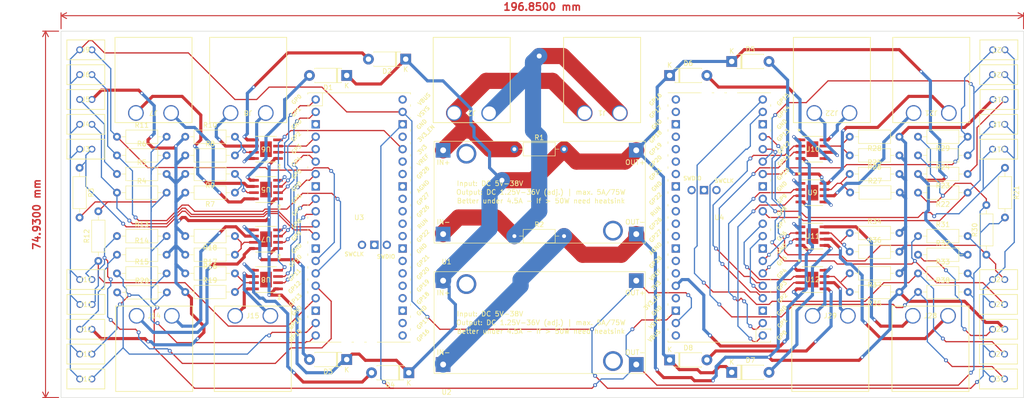
<source format=kicad_pcb>
(kicad_pcb (version 20211014) (generator pcbnew)
  (layers (0 "F.Cu" signal) (31 "B.Cu" signal) (34 "B.Paste" user) (35 "F.Paste" user) (36 "B.SilkS" user "B.Silkscreen") (37 "F.SilkS" user "F.Silkscreen") (38 "B.Mask" user) (39 "F.Mask" user) (44 "Edge.Cuts" user))
  (net 0 "")
  (net 1 "Net-(J1-Pad2)")
  (net 2 "Net-(J1-Pad1)")
  (net 3 "/Leg Back Left/12V")
  (net 4 "/Leg Back Right/GND12V")
  (net 5 "/Left Controller /3V3")
  (net 6 "/Left Controller /GND3V3")
  (net 7 "/Left Controller /FL_F_IN1")
  (net 8 "/Left Controller /FL_F_IN2")
  (net 11 "/Left Controller /FL_K_IN1")
  (net 12 "/Leg Back Right/BR_F_IN1")
  (net 13 "/Leg Back Right/BR_F_IN2")
  (net 15 "/Leg Back Right/BR_K_IN1")
  (net 16 "/Leg Back Right/BR_K_IN2")
  (net 17 "/Left Controller /FL_K_IN2")
  (net 18 "/Left Controller /BL_F_IN1")
  (net 20 "/Left Controller /BL_F_IN2")
  (net 22 "/Leg Back Right/BR_F_EA")
  (net 23 "/Leg Back Right/BR_F_EB")
  (net 25 "/Leg Back Right/BR_K_EA")
  (net 26 "/Leg Back Right/BR_K_EB")
  (net 42 "/Leg Back Right/BR_F_VREF")
  (net 45 "Net-(D5-Pad2)")
  (net 46 "/Left Controller /BL_K_IN1")
  (net 47 "/Left Controller /BL_K_IN2")
  (net 48 "/Left Controller /FL_F_EA")
  (net 49 "Net-(D4-Pad2)")
  (net 50 "Net-(J8-Pad2)")
  (net 51 "/Left Controller /FL_F_EB")
  (net 52 "Net-(J8-Pad1)")
  (net 53 "Net-(J5-Pad1)")
  (net 55 "/Left Controller /FL_K_EA")
  (net 56 "/Left Controller /FL_K_EB")
  (net 57 "/Left Controller /BL_F_EA")
  (net 58 "/Left Controller /BL_F_EB")
  (net 60 "/Left Controller /BL_K_EA")
  (net 61 "/Left Controller /BL_K_EB")
  (net 77 "/Left Controller /3V3_VREF")
  (net 80 "/Leg Front Right/FR_F_IN1")
  (net 81 "/Leg Front Right/FR_F_IN2")
  (net 82 "/Leg Front Right/FR_K_IN1")
  (net 83 "/Leg Front Right/FR_K_IN2")
  (net 84 "/Leg Front Right/FR_F_EA")
  (net 85 "/Leg Front Right/FR_F_EB")
  (net 86 "/Leg Front Right/FR_K_EA")
  (net 87 "/Leg Front Right/FR_K_EB")
  (net 88 "Net-(D6-Pad2)")
  (net 89 "Net-(J22-Pad2)")
  (net 90 "Net-(R26-Pad2)")
  (net 91 "Net-(J22-Pad1)")
  (net 92 "Net-(D1-Pad2)")
  (net 93 "Net-(J7-Pad2)")
  (net 94 "Net-(R7-Pad1)")
  (net 95 "Net-(J7-Pad1)")
  (net 96 "Net-(D2-Pad2)")
  (net 97 "Net-(R10-Pad2)")
  (net 98 "Net-(D3-Pad2)")
  (net 99 "Net-(J14-Pad2)")
  (net 100 "Net-(R16-Pad1)")
  (net 101 "Net-(J14-Pad1)")
  (net 102 "Net-(J15-Pad2)")
  (net 103 "Net-(R17-Pad2)")
  (net 104 "Net-(J15-Pad1)")
  (net 105 "Net-(J21-Pad2)")
  (net 106 "Net-(R25-Pad1)")
  (net 107 "Net-(J21-Pad1)")
  (net 108 "Net-(D7-Pad2)")
  (net 109 "Net-(J28-Pad2)")
  (net 110 "Net-(R34-Pad1)")
  (net 111 "Net-(J28-Pad1)")
  (net 112 "Net-(D8-Pad2)")
  (net 113 "Net-(J29-Pad2)")
  (net 114 "Net-(R35-Pad2)")
  (net 115 "Net-(J29-Pad1)")
  (net 116 "Net-(J26-Pad1)")
  (net 117 "Net-(R14-Pad1)")
  (net 118 "Net-(R23-Pad1)")
  (footprint "Diode_THT:D_DO-41_SOD81_P7.62mm_Horizontal" (layer "F.Cu") (at 191.6049 74.9499)
    (fp_text reference "D5")
    (fp_text value "1N4001")
  )
  (footprint "quadruped-lib-footprints:CONN_B2B-EH-A LFSN_JST" (layer "F.Cu") (at 58.2549 129.7199)
    (fp_text reference "J12")
    (fp_text value "B2B-EH-A")
  )
  (footprint "Resistor_THT:R_Axial_DIN0207_L6.3mm_D2.5mm_P10.16mm_Horizontal" (layer "F.Cu") (at 247.4849 96.6999 -90)
    (fp_text reference "R21")
    (fp_text value "5K")
  )
  (footprint "quadruped-lib-footprints:CONN_XT60PW-F_AMA" (layer "F.Cu") (at 236.01 85.487899 180)
    (fp_text reference "J21")
    (fp_text value "XT60PW-F")
  )
  (footprint "quadruped-lib-footprints:RPi_PicoW_SMD_TH" (layer "F.Cu") (at 115.4049 106.8599)
    (fp_text reference "U3")
    (fp_text value "SC0915-pico-w-board")
  )
  (footprint "quadruped-lib-footprints:CONN_B2B-EH-A LFSN_JST" (layer "F.Cu") (at 58.2549 82.7299)
    (fp_text reference "J5")
    (fp_text value "B2B-EH-A")
  )
  (footprint "quadruped-lib-footprints:P-HSOP8-0405-1.27-002_TOS" (layer "F.Cu") (at 208.1149 119.5599)
    (fp_text reference "U12")
    (fp_text value "TB67H450AFNG_EL")
  )
  (footprint "Resistor_THT:R_Axial_DIN0207_L6.3mm_D2.5mm_P10.16mm_Horizontal" (layer "F.Cu") (at 90.0049 114.4799 180)
    (fp_text reference "R16")
    (fp_text value "R1")
  )
  (footprint "Resistor_THT:R_Axial_DIN0207_L6.3mm_D2.5mm_P10.16mm_Horizontal" (layer "F.Cu") (at 215.8199 101.7399)
    (fp_text reference "R27")
    (fp_text value "R1")
  )
  (footprint "quadruped-lib-footprints:CONN_B2B-EH-A LFSN_JST" (layer "F.Cu") (at 247.5249 82.7299 180)
    (fp_text reference "J19")
    (fp_text value "B2B-EH-A")
  )
  (footprint "quadruped-lib-footprints:CONN_XT60PW-F_AMA" (layer "F.Cu") (at 76.95 85.487899 180)
    (fp_text reference "J7")
    (fp_text value "XT60PW-F")
  )
  (footprint "Resistor_THT:R_Axial_DIN0207_L6.3mm_D2.5mm_P10.16mm_Horizontal" (layer "F.Cu") (at 239.8649 90.3499 180)
    (fp_text reference "R29")
    (fp_text value "5K")
  )
  (footprint "Resistor_THT:R_Axial_DIN0207_L6.3mm_D2.5mm_P10.16mm_Horizontal" (layer "F.Cu") (at 65.8749 101.7799)
    (fp_text reference "R4")
    (fp_text value "5K")
  )
  (footprint "Resistor_THT:R_Axial_DIN0207_L6.3mm_D2.5mm_P10.16mm_Horizontal" (layer "F.Cu") (at 90.0049 101.7799 180)
    (fp_text reference "R7")
    (fp_text value "R1")
  )
  (footprint "Resistor_THT:R_Axial_DIN0207_L6.3mm_D2.5mm_P10.16mm_Horizontal" (layer "F.Cu") (at 229.7049 118.2899)
    (fp_text reference "R33")
    (fp_text value "5K")
  )
  (footprint "Resistor_THT:R_Axial_DIN0207_L6.3mm_D2.5mm_P10.16mm_Horizontal" (layer "F.Cu") (at 79.8449 94.1599)
    (fp_text reference "R8")
    (fp_text value "R1")
  )
  (footprint "quadruped-lib-footprints:CONN_XT60PW-F_AMA" (layer "F.Cu") (at 142.03 85.487899 180)
    (fp_text reference "J2")
    (fp_text value "XT60PW-F")
  )
  (footprint "Resistor_THT:R_Axial_DIN0207_L6.3mm_D2.5mm_P10.16mm_Horizontal" (layer "F.Cu") (at 90.0049 110.6699 180)
    (fp_text reference "R18")
    (fp_text value "R1")
  )
  (footprint "quadruped-lib-footprints:CONN_B2B-EH-A LFSN_JST" (layer "F.Cu") (at 58.2549 72.5699)
    (fp_text reference "J9")
    (fp_text value "B2B-EH-A")
  )
  (footprint "Diode_THT:D_DO-41_SOD81_P7.62mm_Horizontal" (layer "F.Cu") (at 112.8649 77.8099 180)
    (fp_text reference "D1")
    (fp_text value "1N4001")
  )
  (footprint "quadruped-lib-footprints:CONN_XT60PW-F_AMA" (layer "F.Cu") (at 215.69 85.487899 180)
    (fp_text reference "J22")
    (fp_text value "XT60PW-F")
  )
  (footprint "Diode_THT:D_DO-41_SOD81_P7.62mm_Horizontal" (layer "F.Cu") (at 124.9299 74.4749 180)
    (fp_text reference "D2")
    (fp_text value "1N4001")
  )
  (footprint "quadruped-lib-footprints:CONN_B2B-EH-A LFSN_JST" (layer "F.Cu") (at 244.9049 134.7999)
    (fp_text reference "J27")
    (fp_text value "B2B-EH-A")
  )
  (footprint "Diode_THT:D_DO-41_SOD81_P7.62mm_Horizontal" (layer "F.Cu") (at 112.8649 135.9099 180)
    (fp_text reference "D3")
    (fp_text value "1N4001")
  )
  (footprint "quadruped-lib-footprints:CONN_B2B-EH-A LFSN_JST" (layer "F.Cu") (at 58.2549 139.8799)
    (fp_text reference "J16")
    (fp_text value "B2B-EH-A")
  )
  (footprint "quadruped-lib-footprints:P-HSOP8-0405-1.27-002_TOS" (layer "F.Cu") (at 208.1149 110.6699)
    (fp_text reference "U11")
    (fp_text value "TB67H450AFNG_EL")
  )
  (footprint "Resistor_THT:R_Axial_DIN0207_L6.3mm_D2.5mm_P10.16mm_Horizontal" (layer "F.Cu") (at 229.7049 122.0999)
    (fp_text reference "R38")
    (fp_text value "5K")
  )
  (footprint "quadruped-lib-footprints:P-HSOP8-0405-1.27-002_TOS" (layer "F.Cu") (at 96.3549 101.1449 180)
    (fp_text reference "U5")
    (fp_text value "TB67H450AFNG_EL")
  )
  (footprint "Resistor_THT:R_Axial_DIN0207_L6.3mm_D2.5mm_P10.16mm_Horizontal" (layer "F.Cu") (at 65.8749 110.6699)
    (fp_text reference "R13")
    (fp_text value "5K")
  )
  (footprint "quadruped-lib-footprints:RPi_PicoW_SMD_TH" (layer "F.Cu") (at 189.0649 106.8599 180)
    (fp_text reference "U4")
    (fp_text value "SC0915-pico-w-board")
  )
  (footprint "Diode_THT:D_DO-41_SOD81_P7.62mm_Horizontal" (layer "F.Cu") (at 125.5649 138.6099 180)
    (fp_text reference "D4")
    (fp_text value "1N4001")
  )
  (footprint "Resistor_THT:R_Axial_DIN0207_L6.3mm_D2.5mm_P10.16mm_Horizontal" (layer "F.Cu") (at 62.0649 115.7499 90)
    (fp_text reference "R12")
    (fp_text value "5K")
  )
  (footprint "Resistor_THT:R_Axial_DIN0207_L6.3mm_D2.5mm_P10.16mm_Horizontal" (layer "F.Cu") (at 147.1549 92.8899)
    (fp_text reference "R1")
    (fp_text value "R1")
  )
  (footprint "quadruped-lib-footprints:P-HSOP8-0405-1.27-002_TOS" (layer "F.Cu") (at 208.1149 101.7799)
    (fp_text reference "U9")
    (fp_text value "TB67H450AFNG_EL")
  )
  (footprint "quadruped-lib-footprints:XL4005_DC-DC" (layer "F.Cu") (at 130.7399 138.7689)
    (fp_text reference "U2")
    (fp_text value "XL4005")
  )
  (footprint "quadruped-lib-footprints:P-HSOP8-0405-1.27-002_TOS" (layer "F.Cu") (at 96.3549 111.3049 180)
    (fp_text reference "U7")
    (fp_text value "TB67H450AFNG_EL")
  )
  (footprint "Resistor_THT:R_Axial_DIN0207_L6.3mm_D2.5mm_P10.16mm_Horizontal" (layer "F.Cu") (at 79.8449 90.3499)
    (fp_text reference "R10")
    (fp_text value "R1")
  )
  (footprint "Resistor_THT:R_Axial_DIN0207_L6.3mm_D2.5mm_P10.16mm_Horizontal" (layer "F.Cu") (at 239.8649 101.7799 180)
    (fp_text reference "R22")
    (fp_text value "5K")
  )
  (footprint "Resistor_THT:R_Axial_DIN0207_L6.3mm_D2.5mm_P10.16mm_Horizontal" (layer "F.Cu") (at 215.7349 110.0349)
    (fp_text reference "R34")
    (fp_text value "R1")
  )
  (footprint "quadruped-lib-footprints:CONN_B2B-EH-A LFSN_JST" (layer "F.Cu") (at 58.2549 119.5499)
    (fp_text reference "J10")
    (fp_text value "B2B-EH-A")
  )
  (footprint "Resistor_THT:R_Axial_DIN0207_L6.3mm_D2.5mm_P10.16mm_Horizontal" (layer "F.Cu") (at 65.8749 94.1599)
    (fp_text reference "R6")
    (fp_text value "5K")
  )
  (footprint "Resistor_THT:R_Axial_DIN0207_L6.3mm_D2.5mm_P10.16mm_Horizontal" (layer "F.Cu") (at 239.8649 94.1599 180)
    (fp_text reference "R24")
    (fp_text value "5K")
  )
  (footprint "Resistor_THT:R_Axial_DIN0207_L6.3mm_D2.5mm_P10.16mm_Horizontal" (layer "F.Cu") (at 79.8449 118.2899)
    (fp_text reference "R17")
    (fp_text value "R1")
  )
  (footprint "Resistor_THT:R_Axial_DIN0207_L6.3mm_D2.5mm_P10.16mm_Horizontal" (layer "F.Cu") (at 229.7049 110.6699)
    (fp_text reference "R31")
    (fp_text value "5K")
  )
  (footprint "quadruped-lib-footprints:CONN_B2B-EH-A LFSN_JST" (layer "F.Cu") (at 244.9049 124.6399)
    (fp_text reference "J25")
    (fp_text value "B2B-EH-A")
  )
  (footprint "Resistor_THT:R_Axial_DIN0207_L6.3mm_D2.5mm_P10.16mm_Horizontal" (layer "F.Cu") (at 215.7349 97.9699)
    (fp_text reference "R25")
    (fp_text value "R1")
  )
  (footprint "Resistor_THT:R_Axial_DIN0207_L6.3mm_D2.5mm_P10.16mm_Horizontal" (layer "F.Cu") (at 65.9198 122.175901)
    (fp_text reference "R20")
    (fp_text value "5K")
  )
  (footprint "Resistor_THT:R_Axial_DIN0207_L6.3mm_D2.5mm_P10.16mm_Horizontal" (layer "F.Cu") (at 225.8949 94.1599 180)
    (fp_text reference "R26")
    (fp_text value "R1")
  )
  (footprint "Resistor_THT:R_Axial_DIN0207_L6.3mm_D2.5mm_P10.16mm_Horizontal" (layer "F.Cu") (at 65.8749 114.4799)
    (fp_text reference "R14")
    (fp_text value "150R")
  )
  (footprint "quadruped-lib-footprints:CONN_XT60PW-F_AMA" (layer "F.Cu") (at 96.31 85.487899 180)
    (fp_text reference "J8")
    (fp_text value "XT60PW-F")
  )
  (footprint "Diode_THT:D_DO-41_SOD81_P7.62mm_Horizontal" (layer "F.Cu") (at 178.9049 77.8099)
    (fp_text reference "D6")
    (fp_text value "1N4001")
  )
  (footprint "Resistor_THT:R_Axial_DIN0207_L6.3mm_D2.5mm_P10.16mm_Horizontal" (layer "F.Cu") (at 79.8449 122.0999)
    (fp_text reference "R19")
    (fp_text value "R1")
  )
  (footprint "quadruped-lib-footprints:CONN_B2B-EH-A LFSN_JST" (layer "F.Cu") (at 247.4849 72.5699 180)
    (fp_text reference "J23")
    (fp_text value "B2B-EH-A")
  )
  (footprint "quadruped-lib-footprints:CONN_B2B-EH-A LFSN_JST" (layer "F.Cu") (at 58.2549 77.6499)
    (fp_text reference "J6")
    (fp_text value "B2B-EH-A")
  )
  (footprint "Resistor_THT:R_Axial_DIN0207_L6.3mm_D2.5mm_P10.16mm_Horizontal" (layer "F.Cu") (at 225.8949 122.0999 180)
    (fp_text reference "R35")
    (fp_text value "R1")
  )
  (footprint "quadruped-lib-footprints:CONN_B2B-EH-A LFSN_JST" (layer "F.Cu") (at 58.2549 92.8899)
    (fp_text reference "J3")
    (fp_text value "B2B-EH-A")
  )
  (footprint "Resistor_THT:R_Axial_DIN0207_L6.3mm_D2.5mm_P10.16mm_Horizontal" (layer "F.Cu") (at 147.1549 110.6699)
    (fp_text reference "R2")
    (fp_text value "R1")
  )
  (footprint "Resistor_THT:R_Axial_DIN0207_L6.3mm_D2.5mm_P10.16mm_Horizontal" (layer "F.Cu") (at 65.8749 90.3499)
    (fp_text reference "R11")
    (fp_text value "5K")
  )
  (footprint "quadruped-lib-footprints:CONN_XT60PW-F_AMA" (layer "F.Cu") (at 208.1598 126.961901)
    (fp_text reference "J29")
    (fp_text value "XT60PW-F")
  )
  (footprint "quadruped-lib-footprints:CONN_B2B-EH-A LFSN_JST" (layer "F.Cu") (at 247.4449 92.8899 180)
    (fp_text reference "J17")
    (fp_text value "B2B-EH-A")
  )
  (footprint "quadruped-lib-footprints:CONN_B2B-EH-A LFSN_JST" (layer "F.Cu") (at 247.4449 77.6499 180)
    (fp_text reference "J20")
    (fp_text value "B2B-EH-A")
  )
  (footprint "quadruped-lib-footprints:XL4005_DC-DC" (layer "F.Cu") (at 130.7399 112.0989)
    (fp_text reference "U1")
    (fp_text value "XL4005")
  )
  (footprint "quadruped-lib-footprints:P-HSOP8-0405-1.27-002_TOS" (layer "F.Cu") (at 96.3549 119.5599 180)
    (fp_text reference "U8")
    (fp_text value "TB67H450AFNG_EL")
  )
  (footprint "quadruped-lib-footprints:CONN_XT60PW-F_AMA" (layer "F.Cu") (at 69.8949 126.961901)
    (fp_text reference "J14")
    (fp_text value "XT60PW-F")
  )
  (footprint "quadruped-lib-footprints:CONN_B2B-EH-A LFSN_JST" (layer "F.Cu") (at 58.2949 124.6399)
    (fp_text reference "J11")
    (fp_text value "B2B-EH-A")
  )
  (footprint "Resistor_THT:R_Axial_DIN0207_L6.3mm_D2.5mm_P10.16mm_Horizontal" (layer "F.Cu") (at 225.8949 118.2699 180)
    (fp_text reference "R37")
    (fp_text value "R1")
  )
  (footprint "Resistor_THT:R_Axial_DIN0207_L6.3mm_D2.5mm_P10.16mm_Horizontal" (layer "F.Cu") (at 243.6749 114.4799 90)
    (fp_text reference "R30")
    (fp_text value "5K")
  )
  (footprint "Resistor_THT:R_Axial_DIN0207_L6.3mm_D2.5mm_P10.16mm_Horizontal" (layer "F.Cu") (at 239.8649 97.9699 180)
    (fp_text reference "R23")
    (fp_text value "150R")
  )
  (footprint "Resistor_THT:R_Axial_DIN0207_L6.3mm_D2.5mm_P10.16mm_Horizontal" (layer "F.Cu") (at 65.8749 118.2899)
    (fp_text reference "R15")
    (fp_text value "5K")
  )
  (footprint "quadruped-lib-footprints:CONN_B2B-EH-A LFSN_JST" (layer "F.Cu") (at 58.2549 87.8099)
    (fp_text reference "J4")
    (fp_text value "B2B-EH-A")
  )
  (footprint "Diode_THT:D_DO-41_SOD81_P7.62mm_Horizontal" (layer "F.Cu") (at 191.6049 138.5299)
    (fp_text reference "D7")
    (fp_text value "1N4001")
  )
  (footprint "quadruped-lib-footprints:CONN_XT60PW-F_AMA" (layer "F.Cu") (at 90.0498 126.961901)
    (fp_text reference "J15")
    (fp_text value "XT60PW-F")
  )
  (footprint "Diode_THT:D_DO-41_SOD81_P7.62mm_Horizontal" (layer "F.Cu") (at 178.9049 135.9899)
    (fp_text reference "D8")
    (fp_text value "1N4001")
  )
  (footprint "Resistor_THT:R_Axial_DIN0207_L6.3mm_D2.5mm_P10.16mm_Horizontal" (layer "F.Cu") (at 90.0049 97.9499 180)
    (fp_text reference "R9")
    (fp_text value "R1")
  )
  (footprint "quadruped-lib-footprints:CONN_B2B-EH-A LFSN_JST" (layer "F.Cu") (at 244.9049 139.8799)
    (fp_text reference "J30")
    (fp_text value "B2B-EH-A")
  )
  (footprint "quadruped-lib-footprints:CONN_B2B-EH-A LFSN_JST" (layer "F.Cu") (at 247.4449 87.8099 180)
    (fp_text reference "J18")
    (fp_text value "B2B-EH-A")
  )
  (footprint "quadruped-lib-footprints:CONN_B2B-EH-A LFSN_JST" (layer "F.Cu") (at 58.2549 134.7999)
    (fp_text reference "J13")
    (fp_text value "B2B-EH-A")
  )
  (footprint "quadruped-lib-footprints:CONN_XT60PW-F_AMA" (layer "F.Cu") (at 168.7 85.487899 180)
    (fp_text reference "J1")
    (fp_text value "XT60PW-F")
  )
  (footprint "Resistor_THT:R_Axial_DIN0207_L6.3mm_D2.5mm_P10.16mm_Horizontal" (layer "F.Cu") (at 215.7349 113.8649)
    (fp_text reference "R36")
    (fp_text value "R1")
  )
  (footprint "Resistor_THT:R_Axial_DIN0207_L6.3mm_D2.5mm_P10.16mm_Horizontal" (layer "F.Cu") (at 65.8749 97.9699)
    (fp_text reference "R5")
    (fp_text value "150R")
  )
  (footprint "Resistor_THT:R_Axial_DIN0207_L6.3mm_D2.5mm_P10.16mm_Horizontal" (layer "F.Cu") (at 58.2349 96.6999 -90)
    (fp_text reference "R3")
    (fp_text value "5K")
  )
  (footprint "Resistor_THT:R_Axial_DIN0207_L6.3mm_D2.5mm_P10.16mm_Horizontal" (layer "F.Cu") (at 229.7049 114.4799)
    (fp_text reference "R32")
    (fp_text value "150R")
  )
  (footprint "quadruped-lib-footprints:P-HSOP8-0405-1.27-002_TOS" (layer "F.Cu") (at 96.3549 92.8899 180)
    (fp_text reference "U6")
    (fp_text value "TB67H450AFNG_EL")
  )
  (footprint "Resistor_THT:R_Axial_DIN0207_L6.3mm_D2.5mm_P10.16mm_Horizontal" (layer "F.Cu") (at 225.8949 90.3499 180)
    (fp_text reference "R28")
    (fp_text value "R1")
  )
  (footprint "quadruped-lib-footprints:CONN_B2B-EH-A LFSN_JST" (layer "F.Cu") (at 244.9449 129.7199)
    (fp_text reference "J26")
    (fp_text value "B2B-EH-A")
  )
  (footprint "quadruped-lib-footprints:CONN_B2B-EH-A LFSN_JST" (layer "F.Cu") (at 244.9449 119.5599)
    (fp_text reference "J24")
    (fp_text value "B2B-EH-A")
  )
  (footprint "quadruped-lib-footprints:P-HSOP8-0405-1.27-002_TOS" (layer "F.Cu") (at 208.1149 92.8899)
    (fp_text reference "U10")
    (fp_text value "TB67H450AFNG_EL")
  )
  (footprint "quadruped-lib-footprints:CONN_XT60PW-F_AMA" (layer "F.Cu") (at 228.6449 126.961901)
    (fp_text reference "J28")
    (fp_text value "XT60PW-F")
  )
  (gr_rect (start 54.4449 68.7599) (end 251.2949 143.6899) (layer "Edge.Cuts") (width 0.1) (fill none))
  (dimension (type aligned) (layer "F.Cu") (pts (xy 251.2949 68.7599) (xy 54.4449 68.7599)) (height 3.174999) (gr_text "196.8500 mm" (at 152.8699 63.784901) (layer "F.Cu") (effects (font (size 1.5 1.5) (thickness 0.3)))) (format (units 3) (units_format 1) (precision 4)) (style (thickness 0.2) (arrow_length 1.27) (text_position_mode 0) (extension_height 0.58642) (extension_offset 0.5) keep_text_aligned))
  (dimension (type aligned) (layer "F.Cu") (pts (xy 54.4449 143.6899) (xy 54.4449 68.7599)) (height -3.175) (gr_text "74.9300 mm" (at 49.4699 106.2249 90) (layer "F.Cu") (effects (font (size 1.5 1.5) (thickness 0.3)))) (format (units 3) (units_format 1) (precision 4)) (style (thickness 0.2) (arrow_length 1.27) (text_position_mode 0) (extension_height 0.58642) (extension_offset 0.5) keep_text_aligned))
  (segment (start 141.397998 78.9199) (end 134.829999 85.487899) (width 3.302) (layer "F.Cu") (net 1))
  (segment (start 134.829999 85.487899) (end 138.2649 88.9228) (width 3.302) (layer "F.Cu") (net 1))
  (segment (start 136.594822 89.0799) (end 132.5814 93.093322) (width 3.302) (layer "F.Cu") (net 1))
  (segment (start 161.499999 85.487899) (end 154.932 78.9199) (width 3.302) (layer "F.Cu") (net 1))
  (segment (start 132.5814 93.093322) (end 132.5814 93.1124) (width 3.302) (layer "F.Cu") (net 1))
  (segment (start 147.1549 92.8899) (end 142.232 92.8899) (width 3.302) (layer "F.Cu") (net 1))
  (segment (start 138.2649 89.0799) (end 136.594822 89.0799) (width 3.302) (layer "F.Cu") (net 1))
  (segment (start 154.932 78.9199) (end 141.397998 78.9199) (width 3.302) (layer "F.Cu") (net 1))
  (segment (start 142.232 92.8899) (end 138.2649 88.9228) (width 3.302) (layer "F.Cu") (net 1))
  (segment (start 138.2649 88.9228) (end 138.2649 89.0799) (width 3.302) (layer "F.Cu") (net 1))
  (segment (start 143.3449 106.8599) (end 147.1549 110.6699) (width 3.302) (layer "F.Cu") (net 2))
  (segment (start 168.7 85.487899) (end 157.052001 73.8399) (width 3.302) (layer "F.Cu") (net 2))
  (segment (start 152.2349 73.8399) (end 157.052001 73.8399) (width 3.302) (layer "F.Cu") (net 2))
  (segment (start 132.5814 110.0034) (end 135.7249 106.8599) (width 3.302) (layer "F.Cu") (net 2))
  (segment (start 132.5814 110.2574) (end 132.5814 110.0034) (width 3.302) (layer "F.Cu") (net 2))
  (segment (start 135.7249 106.8599) (end 143.3449 106.8599) (width 3.302) (layer "F.Cu") (net 2))
  (via (at 152.2349 73.8399) (size 2.54) (drill 1) (layers "F.Cu" "B.Cu") (net 2))
  (segment (start 150.9649 89.0799) (end 152.2349 90.3499) (width 3.302) (layer "B.Cu") (net 2))
  (segment (start 150.9649 75.1099) (end 150.9649 89.0799) (width 3.302) (layer "B.Cu") (net 2))
  (segment (start 152.2349 73.8399) (end 150.9649 75.1099) (width 3.302) (layer "B.Cu") (net 2))
  (segment (start 152.2349 90.3499) (end 152.2349 105.5899) (width 3.302) (layer "B.Cu") (net 2))
  (segment (start 152.2349 105.5899) (end 147.1549 110.6699) (width 3.302) (layer "B.Cu") (net 2))
  (segment (start 142.03 85.487899) (end 150.9649 76.552999) (width 3.302) (layer "B.Cu") (net 2))
  (segment (start 150.9649 76.552999) (end 150.9649 75.1099) (width 3.302) (layer "B.Cu") (net 2))
  (segment (start 157.3149 92.8899) (end 159.8549 95.4299) (width 3.302) (layer "F.Cu") (net 3))
  (segment (start 77.5334 92.6614) (end 77.9399 92.2549) (width 0.635) (layer "F.Cu") (net 3))
  (segment (start 79.2099 106.8599) (end 79.8449 106.8599) (width 0.635) (layer "F.Cu") (net 3))
  (segment (start 123.0249 136.0699) (end 116.6749 136.0699) (width 0.635) (layer "F.Cu") (net 3))
  (segment (start 72.8599 90.3499) (end 72.2249 90.9849) (width 0.635) (layer "F.Cu") (net 3))
  (segment (start 70.3199 80.8249) (end 70.9549 81.4599) (width 0.635) (layer "F.Cu") (net 3))
  (segment (start 194.1824 72.5324) (end 225.2224 72.5324) (width 0.635) (layer "F.Cu") (net 3))
  (segment (start 230.9749 99.2399) (end 234.7849 99.2399) (width 0.635) (layer "F.Cu") (net 3))
  (segment (start 82.3849 131.6249) (end 83.6549 130.3549) (width 0.635) (layer "F.Cu") (net 3))
  (segment (start 83.6549 130.3549) (end 83.6549 129.0849) (width 0.635) (layer "F.Cu") (net 3))
  (segment (start 230.3399 77.0149) (end 225.8574 72.5324) (width 0.635) (layer "F.Cu") (net 3))
  (segment (start 189.0649 137.3399) (end 190.4149 137.3399) (width 0.635) (layer "F.Cu") (net 3))
  (segment (start 184.6199 137.9749) (end 185.2549 138.6099) (width 0.635) (layer "F.Cu") (net 3))
  (segment (start 81.1149 123.3699) (end 79.8449 122.0999) (width 0.635) (layer "F.Cu") (net 3))
  (segment (start 190.4149 137.3399) (end 191.6049 138.5299) (width 0.635) (layer "F.Cu") (net 3))
  (segment (start 98.8187 121.4649) (end 98.2599 121.4649) (width 0.635) (layer "F.Cu") (net 3))
  (segment (start 72.2249 91.6199) (end 73.2664 92.6614) (width 0.635) (layer "F.Cu") (net 3))
  (segment (start 71.5899 131.6249) (end 72.2249 132.2599) (width 0.635) (layer "F.Cu") (net 3))
  (segment (start 98.8187 94.7949) (end 98.2599 94.7949) (width 0.635) (layer "F.Cu") (net 3))
  (segment (start 113.9749 134.7999) (end 112.8649 135.9099) (width 0.635) (layer "F.Cu") (net 3))
  (segment (start 72.2249 90.9849) (end 72.2249 91.6199) (width 0.635) (layer "F.Cu") (net 3))
  (segment (start 79.8449 106.8599) (end 80.4799 107.4949) (width 0.635) (layer "F.Cu") (net 3))
  (segment (start 229.7049 97.9699) (end 230.9749 99.2399) (width 0.635) (layer "F.Cu") (net 3))
  (segment (start 185.2549 138.6099) (end 187.7949 138.6099) (width 0.635) (layer "F.Cu") (net 3))
  (segment (start 98.8187 103.0499) (end 98.2599 103.0499) (width 0.635) (layer "F.Cu") (net 3))
  (segment (start 60.7549 129.7199) (end 62.6599 131.6249) (width 0.635) (layer "F.Cu") (net 3))
  (segment (start 60.7549 82.7299) (end 60.7949 82.7299) (width 0.635) (layer "F.Cu") (net 3))
  (segment (start 98.2599 94.7949) (end 96.9899 96.0649) (width 0.635) (layer "F.Cu") (net 3))
  (segment (start 191.6049 74.9499) (end 191.7649 74.9499) (width 0.635) (layer "F.Cu") (net 3))
  (segment (start 150.9649 99.2399) (end 157.3149 92.8899) (width 3.302) (layer "F.Cu") (net 3))
  (segment (start 113.0249 77.8099) (end 114.7699 79.5549) (width 0.635) (layer "F.Cu") (net 3))
  (segment (start 116.6749 136.0699) (end 115.4049 134.7999) (width 0.635) (layer "F.Cu") (net 3))
  (segment (start 99.5299 122.7349) (end 102.0699 125.2749) (width 0.635) (layer "F.Cu") (net 3))
  (segment (start 98.8187 113.2099) (end 98.2599 113.2099) (width 0.635) (layer "F.Cu") (net 3))
  (segment (start 191.7649 74.9499) (end 194.1824 72.5324) (width 0.635) (layer "F.Cu") (net 3))
  (segment (start 80.4799 107.4949) (end 96.3549 107.4949) (width 0.635) (layer "F.Cu") (net 3))
  (segment (start 98.2599 113.2099) (end 96.9899 114.4799) (width 0.635) (layer "F.Cu") (net 3))
  (segment (start 144.6149 99.2399) (end 150.9649 99.2399) (width 3.302) (layer "F.Cu") (net 3))
  (segment (start 98.2599 121.4649) (end 96.9899 122.7349) (width 0.635) (layer "F.Cu") (net 3))
  (segment (start 81.1149 126.5449) (end 81.1149 123.3699) (width 0.635) (layer "F.Cu") (net 3))
  (segment (start 125.5649 138.6099) (end 123.0249 136.0699) (width 0.635) (layer "F.Cu") (net 3))
  (segment (start 187.7949 138.6099) (end 189.0649 137.3399) (width 0.635) (layer "F.Cu") (net 3))
  (segment (start 112.8649 77.8099) (end 113.0249 77.8099) (width 0.635) (layer "F.Cu") (net 3))
  (segment (start 73.2664 92.6614) (end 77.5334 92.6614) (width 0.635) (layer "F.Cu") (net 3))
  (segment (start 96.9899 122.7349) (end 99.5299 122.7349) (width 0.635) (layer "F.Cu") (net 3))
  (segment (start 78.5749 107.4949) (end 79.2099 106.8599) (width 0.635) (layer "F.Cu") (net 3))
  (segment (start 159.8549 95.4299) (end 169.7609 95.4299) (width 3.302) (layer "F.Cu") (net 3))
  (segment (start 96.3549 107.4949) (end 96.9899 106.8599) (width 0.635) (layer "F.Cu") (net 3))
  (segment (start 225.8574 72.5324) (end 225.2224 72.5324) (width 0.635) (layer "F.Cu") (net 3))
  (segment (start 60.7949 82.7299) (end 62.6999 80.8249) (width 0.635) (layer "F.Cu") (net 3))
  (segment (start 169.7609 95.4299) (end 172.0784 93.1124) (width 3.302) (layer "F.Cu") (net 3))
  (segment (start 115.4049 134.7999) (end 113.9749 134.7999) (width 0.635) (layer "F.Cu") (net 3))
  (segment (start 180.8899 137.9749) (end 184.6199 137.9749) (width 0.635) (layer "F.Cu") (net 3))
  (segment (start 62.6999 80.8249) (end 70.3199 80.8249) (width 0.635) (layer "F.Cu") (net 3))
  (segment (start 119.8499 79.5549) (end 124.9299 74.4749) (width 0.635) (layer "F.Cu") (net 3))
  (segment (start 62.6599 131.6249) (end 71.5899 131.6249) (width 0.635) (layer "F.Cu") (net 3))
  (segment (start 83.6549 129.0849) (end 81.1149 126.5449) (width 0.635) (layer "F.Cu") (net 3))
  (segment (start 98.2599 103.0499) (end 96.9899 104.3199) (width 0.635) (layer "F.Cu") (net 3))
  (segment (start 234.7849 99.2399) (end 235.4199 98.6049) (width 0.635) (layer "F.Cu") (net 3))
  (segment (start 114.7699 79.5549) (end 119.8499 79.5549) (width 0.635) (layer "F.Cu") (net 3))
  (segment (start 178.9049 135.9899) (end 180.8899 137.9749) (width 0.635) (layer "F.Cu") (net 3))
  (via (at 78.5749 107.4949) (size 0.635) (drill 0.381) (layers "F.Cu" "B.Cu") (net 3))
  (via (at 144.6149 99.2399) (size 2.54) (drill 1) (layers "F.Cu" "B.Cu") (net 3))
  (via (at 72.8599 90.3499) (size 0.635) (drill 0.381) (layers "F.Cu" "B.Cu") (net 3))
  (via (at 96.9899 114.4799) (size 0.635) (drill 0.381) (layers "F.Cu" "B.Cu") (net 3))
  (via (at 72.2249 132.2599) (size 0.635) (drill 0.381) (layers "F.Cu" "B.Cu") (net 3))
  (via (at 96.9899 96.0649) (size 0.635) (drill 0.381) (layers "F.Cu" "B.Cu") (net 3))
  (via (at 230.3399 77.0149) (size 0.635) (drill 0.381) (layers "F.Cu" "B.Cu") (net 3))
  (via (at 96.9899 122.7349) (size 0.635) (drill 0.381) (layers "F.Cu" "B.Cu") (net 3))
  (via (at 102.0699 125.2749) (size 0.635) (drill 0.381) (layers "F.Cu" "B.Cu") (net 3))
  (via (at 96.9899 104.3199) (size 0.635) (drill 0.381) (layers "F.Cu" "B.Cu") (net 3))
  (via (at 70.9549 81.4599) (size 0.635) (drill 0.381) (layers "F.Cu" "B.Cu") (net 3))
  (via (at 96.9899 106.8599) (size 0.635) (drill 0.381) (layers "F.Cu" "B.Cu") (net 3))
  (via (at 77.9399 92.2549) (size 0.635) (drill 0.381) (layers "F.Cu" "B.Cu") (net 3))
  (via (at 82.3849 131.6249) (size 0.635) (drill 0.381) (layers "F.Cu" "B.Cu") (net 3))
  (via (at 235.4199 98.6049) (size 0.635) (drill 0.381) (layers "F.Cu" "B.Cu") (net 3))
  (segment (start 109.6899 138.6099) (end 112.3899 135.9099) (width 0.635) (layer "B.Cu") (net 3))
  (segment (start 102.7049 136.7049) (end 104.6099 138.6099) (width 0.635) (layer "B.Cu") (net 3))
  (segment (start 178.7449 77.8099) (end 176.3649 80.1899) (width 0.635) (layer "B.Cu") (net 3))
  (segment (start 231.2894 105.894488) (end 231.2894 107.317312) (width 0.635) (layer "B.Cu") (net 3))
  (segment (start 142.0749 96.6999) (end 144.6149 99.2399) (width 0.635) (layer "B.Cu") (net 3))
  (segment (start 77.9199 99.8549) (end 77.9399 99.8549) (width 0.635) (layer "B.Cu") (net 3))
  (segment (start 73.4949 132.8949) (end 81.1149 132.8949) (width 0.635) (layer "B.Cu") (net 3))
  (segment (start 125.5649 138.6099) (end 135.0899 129.0849) (width 0.635) (layer "B.Cu") (net 3))
  (segment (start 129.3749 78.9199) (end 132.5499 78.9199) (width 0.635) (layer "B.Cu") (net 3))
  (segment (start 138.8999 90.3499) (end 142.0749 93.5249) (width 0.635) (layer "B.Cu") (net 3))
  (segment (start 234.1499 90.9849) (end 232.2449 89.0799) (width 0.635) (layer "B.Cu") (net 3))
  (segment (start 102.0699 125.2749) (end 102.7049 125.9099) (width 0.635) (layer "B.Cu") (net 3))
  (segment (start 72.2249 132.2599) (end 72.8599 132.2599) (width 0.635) (layer "B.Cu") (net 3))
  (segment (start 79.8449 97.9499) (end 77.9399 99.8549) (width 0.635) (layer "B.Cu") (net 3))
  (segment (start 77.9399 116.3849) (end 77.9399 120.1949) (width 0.635) (layer "B.Cu") (net 3))
  (segment (start 72.8599 132.2599) (end 73.4949 132.8949) (width 0.635) (layer "B.Cu") (net 3))
  (segment (start 176.3649 88.8259) (end 172.0784 93.1124) (width 0.635) (layer "B.Cu") (net 3))
  (segment (start 77.9399 112.5749) (end 77.9399 111.9399) (width 0.635) (layer "B.Cu") (net 3))
  (segment (start 79.8449 101.7799) (end 77.9399 103.6849) (width 0.635) (layer "B.Cu") (net 3))
  (segment (start 138.2649 87.8099) (end 138.8999 88.4449) (width 0.635) (layer "B.Cu") (net 3))
  (segment (start 142.0749 101.7799) (end 144.6149 99.2399) (width 3.302) (layer "B.Cu") (net 3))
  (segment (start 138.8999 88.4449) (end 138.8999 90.3499) (width 0.635) (layer "B.Cu") (net 3))
  (segment (start 229.7049 97.9699) (end 231.8224 100.0874) (width 0.635) (layer "B.Cu") (net 3))
  (segment (start 138.2649 84.6349) (end 138.2649 87.8099) (width 0.635) (layer "B.Cu") (net 3))
  (segment (start 231.2894 107.317312) (end 238.451988 114.4799) (width 0.635) (layer "B.Cu") (net 3))
  (segment (start 77.9399 111.9399) (end 77.9399 116.3849) (width 0.635) (layer "B.Cu") (net 3))
  (segment (start 77.9399 100.5099) (end 77.9399 103.6849) (width 0.635) (layer "B.Cu") (net 3))
  (segment (start 231.8224 100.0874) (end 231.8224 105.361488) (width 0.635) (layer "B.Cu") (net 3))
  (segment (start 172.1424 93.1124) (end 172.0784 93.1124) (width 0.635) (layer "B.Cu") (net 3))
  (segment (start 79.8449 90.3499) (end 77.9399 92.2549) (width 0.635) (layer "B.Cu") (net 3))
  (segment (start 77.9399 108.7649) (end 77.9399 108.1299) (width 0.635) (layer "B.Cu") (net 3))
  (segment (start 177.6349 98.6049) (end 172.1424 93.1124) (width 0.635) (layer "B.Cu") (net 3))
  (segment (start 77.9399 103.6849) (end 77.9399 108.1299) (width 0.635) (layer "B.Cu") (net 3))
  (segment (start 77.9399 92.2549) (end 77.9399 96.0649) (width 0.635) (layer "B.Cu") (net 3))
  (segment (start 178.9049 77.8099) (end 178.7449 77.8099) (width 0.635) (layer "B.Cu") (net 3))
  (segment (start 232.2449 78.9199) (end 230.3399 77.0149) (width 0.635) (layer "B.Cu") (net 3))
  (segment (start 73.4949 89.7149) (end 72.8599 90.3499) (width 0.635) (layer "B.Cu") (net 3))
  (segment (start 104.6099 138.6099) (end 109.6899 138.6099) (width 0.635) (layer "B.Cu") (net 3))
  (segment (start 77.9399 120.1949) (end 79.8449 122.0999) (width 0.635) (layer "B.Cu") (net 3))
  (segment (start 79.8449 110.6699) (end 77.9399 108.7649) (width 0.635) (layer "B.Cu") (net 3))
  (segment (start 178.8249 135.9899) (end 177.6349 134.7999) (width 0.635) (layer "B.Cu") (net 3))
  (segment (start 135.0899 124.6399) (end 133.8199 123.3699) (width 0.635) (layer "B.Cu") (net 3))
  (segment (start 102.7049 125.9099) (end 102.7049 136.7049) (width 0.635) (layer "B.Cu") (net 3))
  (segment (start 142.0749 93.5249) (end 142.0749 96.6999) (width 0.635) (layer "B.Cu") (net 3))
  (segment (start 181.7649 74.9499) (end 178.9049 77.8099) (width 0.635) (layer "B.Cu") (net 3))
  (segment (start 142.0749 109.138451) (end 142.0749 101.7799) (width 3.302) (layer "B.Cu") (net 3))
  (segment (start 73.4949 83.9999) (end 73.4949 89.7149) (width 0.635) (layer "B.Cu") (net 3))
  (segment (start 77.9399 99.8549) (end 77.9399 100.5099) (width 0.635) (layer "B.Cu") (net 3))
  (segment (start 234.1499 97.3349) (end 234.1499 90.9849) (width 0.635) (layer "B.Cu") (net 3))
  (segment (start 133.8199 123.3699) (end 133.8199 121.0209) (width 0.635) (layer "B.Cu") (net 3))
  (segment (start 96.9899 96.0649) (end 96.9899 122.7349) (width 0.635) (layer "B.Cu") (net 3))
  (segment (start 191.6049 74.9499) (end 181.7649 74.9499) (width 0.635) (layer "B.Cu") (net 3))
  (segment (start 238.451988 114.4799) (end 239.8649 114.4799) (width 0.635) (layer "B.Cu") (net 3))
  (segment (start 235.4199 98.6049) (end 234.1499 97.3349) (width 0.635) (layer "B.Cu") (net 3))
  (segment (start 77.9399 96.0649) (end 77.9399 100.5099) (width 0.635) (layer "B.Cu") (net 3))
  (segment (start 132.5499 78.9199) (end 138.2649 84.6349) (width 0.635) (layer "B.Cu") (net 3))
  (segment (start 231.8224 105.361488) (end 231.2894 105.894488) (width 0.635) (layer "B.Cu") (net 3))
  (segment (start 77.9399 108.1299) (end 78.5749 107.4949) (width 0.635) (layer "B.Cu") (net 3))
  (segment (start 79.8449 118.2899) (end 77.9399 116.3849) (width 0.635) (layer "B.Cu") (net 3))
  (segment (start 178.9049 135.9899) (end 178.8249 135.9899) (width 0.635) (layer "B.Cu") (net 3))
  (segment (start 232.2449 89.0799) (end 232.2449 78.9199) (width 0.635) (layer "B.Cu") (net 3))
  (segment (start 79.8449 94.1599) (end 77.9399 96.0649) (width 0.635) (layer "B.Cu") (net 3))
  (segment (start 81.1149 132.8949) (end 82.3849 131.6249) (width 0.635) (layer "B.Cu") (net 3))
  (segment (start 76.0349 114.4799) (end 77.9399 112.5749) (width 0.635) (layer "B.Cu") (net 3))
  (segment (start 70.9549 81.4599) (end 73.4949 83.9999) (width 0.635) (layer "B.Cu") (net 3))
  (segment (start 77.9399 108.1299) (end 77.9399 111.9399) (width 0.635) (layer "B.Cu") (net 3))
  (segment (start 132.5814 119.7824) (end 132.5814 118.631951) (width 3.302) (layer "B.Cu") (net 3))
  (segment (start 132.5814 118.631951) (end 142.0749 109.138451) (width 3.302) (layer "B.Cu") (net 3))
  (segment (start 135.0899 129.0849) (end 135.0899 124.6399) (width 0.635) (layer "B.Cu") (net 3))
  (segment (start 133.8199 121.0209) (end 132.5814 119.7824) (width 0.635) (layer "B.Cu") (net 3))
  (segment (start 112.3899 135.9099) (end 112.8649 135.9099) (width 0.635) (layer "B.Cu") (net 3))
  (segment (start 176.3649 80.1899) (end 176.3649 88.8259) (width 0.635) (layer "B.Cu") (net 3))
  (segment (start 177.6349 134.7999) (end 177.6349 98.6049) (width 0.635) (layer "B.Cu") (net 3))
  (segment (start 124.9299 74.4749) (end 129.3749 78.9199) (width 0.635) (layer "B.Cu") (net 3))
  (segment (start 79.8449 114.4799) (end 77.9399 112.5749) (width 0.635) (layer "B.Cu") (net 3))
  (segment (start 76.0349 97.9699) (end 77.9199 99.8549) (width 0.635) (layer "B.Cu") (net 3))
  (segment (start 218.2749 135.4349) (end 217.6399 136.0699) (width 0.635) (layer "F.Cu") (net 4))
  (segment (start 169.006349 114.4799) (end 172.0784 111.407849) (width 3.302) (layer "F.Cu") (net 4))
  (segment (start 177.6899 139.6099) (end 176.3649 138.2849) (width 0.635) (layer "F.Cu") (net 4))
  (segment (start 239.8649 87.8099) (end 239.2299 88.4449) (width 0.635) (layer "F.Cu") (net 4))
  (segment (start 205.6511 108.7649) (end 204.9399 108.7649) (width 0.635) (layer "F.Cu") (net 4))
  (segment (start 205.6511 117.6549) (end 204.9399 117.6549) (width 0.635) (layer "F.Cu") (net 4))
  (segment (start 239.9449 87.8099) (end 239.8649 87.8099) (width 0.635) (layer "F.Cu") (net 4))
  (segment (start 246.0479 128.3229) (end 243.5479 128.3229) (width 0.635) (layer "F.Cu") (net 4))
  (segment (start 217.6399 136.0699) (end 199.8599 136.0699) (width 0.635) (layer "F.Cu") (net 4))
  (segment (start 199.8599 136.0699) (end 199.2249 135.4349) (width 0.635) (layer "F.Cu") (net 4))
  (segment (start 247.4449 129.7199) (end 246.0479 128.3229) (width 0.635) (layer "F.Cu") (net 4))
  (segment (start 243.5479 128.3229) (end 239.2299 124.0049) (width 0.635) (layer "F.Cu") (net 4))
  (segment (start 169.006349 114.4799) (end 161.1249 114.4799) (width 3.302) (layer "F.Cu") (net 4))
  (segment (start 204.9399 108.7649) (end 204.3049 108.1299) (width 0.635) (layer "F.Cu") (net 4))
  (segment (start 176.3649 138.2849) (end 176.3649 137.9749) (width 0.635) (layer "F.Cu") (net 4))
  (segment (start 172.0784 111.407849) (end 172.0784 110.2574) (width 3.302) (layer "F.Cu") (net 4))
  (segment (start 161.1249 114.4799) (end 157.3149 110.6699) (width 3.302) (layer "F.Cu") (net 4))
  (segment (start 245.0249 82.7299) (end 239.9449 87.8099) (width 0.635) (layer "F.Cu") (net 4))
  (segment (start 187.7949 140.2444) (end 183.9844 140.2444) (width 0.635) (layer "F.Cu") (net 4))
  (segment (start 204.9399 117.6549) (end 204.3049 117.0199) (width 0.635) (layer "F.Cu") (net 4))
  (segment (start 227.7999 88.4449) (end 225.8949 90.3499) (width 0.635) (layer "F.Cu") (net 4))
  (segment (start 239.2299 88.4449) (end 227.7999 88.4449) (width 0.635) (layer "F.Cu") (net 4))
  (segment (start 205.6511 99.8749) (end 204.9399 99.8749) (width 0.635) (layer "F.Cu") (net 4))
  (segment (start 204.9399 90.9849) (end 204.3049 90.3499) (width 0.635) (layer "F.Cu") (net 4))
  (segment (start 227.7799 124.0049) (end 225.8949 122.1199) (width 0.635) (layer "F.Cu") (net 4))
  (segment (start 204.9399 99.8749) (end 204.3049 99.2399) (width 0.635) (layer "F.Cu") (net 4))
  (segment (start 239.2299 124.0049) (end 227.7799 124.0049) (width 0.635) (layer "F.Cu") (net 4))
  (segment (start 205.6511 90.9849) (end 204.9399 90.9849) (width 0.635) (layer "F.Cu") (net 4))
  (segment (start 183.3499 139.6099) (end 177.6899 139.6099) (width 0.635) (layer "F.Cu") (net 4))
  (segment (start 183.9844 140.2444) (end 183.3499 139.6099) (width 0.635) (layer "F.Cu") (net 4))
  (via (at 187.7949 140.2444) (size 0.635) (drill 0.381) (layers "F.Cu" "B.Cu") (net 4))
  (via (at 176.3649 137.9749) (size 0.635) (drill 0.381) (layers "F.Cu" "B.Cu") (net 4))
  (via (at 218.2749 135.4349) (size 0.635) (drill 0.381) (layers "F.Cu" "B.Cu") (net 4))
  (via (at 199.2249 135.4349) (size 0.635) (drill 0.381) (layers "F.Cu" "B.Cu") (net 4))
  (via (at 204.3049 90.3499) (size 0.635) (drill 0.381) (layers "F.Cu" "B.Cu") (net 4))
  (via (at 204.3049 117.0199) (size 0.635) (drill 0.381) (layers "F.Cu" "B.Cu") (net 4))
  (via (at 204.3049 108.1299) (size 0.635) (drill 0.381) (layers "F.Cu" "B.Cu") (net 4))
  (via (at 204.3049 99.2399) (size 0.635) (drill 0.381) (layers "F.Cu" "B.Cu") (net 4))
  (segment (start 227.1649 111.9399) (end 227.1649 108.7649) (width 0.635) (layer "B.Cu") (net 4))
  (segment (start 176.3649 137.9749) (end 175.9999 137.6099) (width 0.635) (layer "B.Cu") (net 4))
  (segment (start 148.4249 120.8299) (end 148.4249 119.5599) (width 3.302) (layer "B.Cu") (net 4))
  (segment (start 148.4249 119.5599) (end 157.3149 110.6699) (width 3.302) (layer "B.Cu") (net 4))
  (segment (start 201.1299 120.1949) (end 204.3049 117.0199) (width 0.635) (layer "B.Cu") (net 4))
  (segment (start 225.8949 94.1599) (end 227.1649 95.4299) (width 0.635) (layer "B.Cu") (net 4))
  (segment (start 175.9999 137.6099) (end 175.9999 114.1789) (width 0.635) (layer "B.Cu") (net 4))
  (segment (start 199.2249 135.4349) (end 190.3349 135.4349) (width 0.635) (layer "B.Cu") (net 4))
  (segment (start 199.2249 135.4349) (end 201.1299 133.5299) (width 0.635) (layer "B.Cu") (net 4))
  (segment (start 205.5749 115.7499) (end 204.3049 117.0199) (width 0.635) (layer "B.Cu") (net 4))
  (segment (start 225.8949 118.2699) (end 227.1449 117.0199) (width 0.635) (layer "B.Cu") (net 4))
  (segment (start 225.9799 101.7399) (end 227.1649 102.9249) (width 0.635) (layer "B.Cu") (net 4))
  (segment (start 188.4299 139.2449) (end 187.7949 139.8799) (width 0.635) (layer "B.Cu") (net 4))
  (segment (start 132.5814 136.9274) (end 132.5814 136.6734) (width 3.302) (layer "B.Cu") (net 4))
  (segment (start 225.8949 97.9699) (end 227.1649 99.2399) (width 0.635) (layer "B.Cu") (net 4))
  (segment (start 175.9999 114.1789) (end 172.0784 110.2574) (width 0.635) (layer "B.Cu") (net 4))
  (segment (start 227.1649 102.9249) (end 227.1649 108.7649) (width 0.635) (layer "B.Cu") (net 4))
  (segment (start 227.1649 102.9249) (end 227.1649 99.2399) (width 0.635) (layer "B.Cu") (net 4))
  (segment (start 201.1299 133.5299) (end 201.1299 120.1949) (width 0.635) (layer "B.Cu") (net 4))
  (segment (start 223.9899 129.7199) (end 218.2749 135.4349) (width 0.635) (layer "B.Cu") (net 4))
  (segment (start 225.8949 110.0349) (end 227.1649 108.7649) (width 0.635) (layer "B.Cu") (net 4))
  (segment (start 190.3349 135.4349) (end 189.6999 136.0699) (width 0.635) (layer "B.Cu") (net 4))
  (segment (start 227.1449 120.8099) (end 227.1649 120.8299) (width 0.635) (layer "B.Cu") (net 4))
  (segment (start 227.1649 117.0199) (end 227.1649 111.9399) (width 0.635) (layer "B.Cu") (net 4))
  (segment (start 205.5749 100.5099) (end 205.5749 91.6199) (width 0.635) (layer "B.Cu") (net 4))
  (segment (start 225.8949 113.8649) (end 227.1649 112.5949) (width 0.635) (layer "B.Cu") (net 4))
  (segment (start 227.1649 99.2399) (end 227.1649 95.4299) (width 0.635) (layer "B.Cu") (net 4))
  (segment (start 227.1649 102.9249) (end 227.1649 103.0499) (width 0.635) (layer "B.Cu") (net 4))
  (segment (start 205.5749 91.6199) (end 204.3049 90.3499) (width 0.635) (layer "B.Cu") (net 4))
  (segment (start 225.8949 122.0999) (end 223.9899 124.0049) (width 0.635) (layer "B.Cu") (net 4))
  (segment (start 225.8949 90.3499) (end 227.1649 91.6199) (width 0.635) (layer "B.Cu") (net 4))
  (segment (start 227.1449 117.0199) (end 227.1449 120.8099) (width 0.635) (layer "B.Cu") (net 4))
  (segment (start 187.7949 139.8799) (end 187.7949 140.2444) (width 0.635) (layer "B.Cu") (net 4))
  (segment (start 227.1649 112.5949) (end 227.1649 111.9399) (width 0.635) (layer "B.Cu") (net 4))
  (segment (start 205.5749 100.5099) (end 205.5749 109.3999) (width 0.635) (layer "B.Cu") (net 4))
  (segment (start 188.4299 137.3399) (end 188.4299 139.2449) (width 0.635) (layer "B.Cu") (net 4))
  (segment (start 227.1449 117.0199) (end 227.1649 117.0199) (width 0.635) (layer "B.Cu") (net 4))
  (segment (start 132.5814 136.6734) (end 148.4249 120.8299) (width 3.302) (layer "B.Cu") (net 4))
  (segment (start 205.5749 109.3999) (end 205.5749 115.7499) (width 0.635) (layer "B.Cu") (net 4))
  (segment (start 227.1649 95.4299) (end 227.1649 91.6199) (width 0.635) (layer "B.Cu") (net 4))
  (segment (start 227.1649 120.8299) (end 225.8949 122.0999) (width 0.635) (layer "B.Cu") (net 4))
  (segment (start 205.5749 109.3999) (end 204.3049 108.1299) (width 0.635) (layer "B.Cu") (net 4))
  (segment (start 205.5749 100.5099) (end 204.3049 99.2399) (width 0.635) (layer "B.Cu") (net 4))
  (segment (start 223.9899 124.0049) (end 223.9899 129.7199) (width 0.635) (layer "B.Cu") (net 4))
  (segment (start 189.6999 136.0699) (end 188.4299 137.3399) (width 0.635) (layer "B.Cu") (net 4))
  (segment (start 174.6049 122.2449) (end 182.2249 122.2449) (width 0.25) (layer "F.Cu") (net 5))
  (segment (start 124.2949 85.2699) (end 112.8649 85.2699) (width 0.25) (layer "F.Cu") (net 5))
  (segment (start 90.0049 82.7299) (end 80.4799 73.2049) (width 0.25) (layer "F.Cu") (net 5))
  (segment (start 166.2049 141.7849) (end 240.4999 141.7849) (width 0.25) (layer "F.Cu") (net 5))
  (segment (start 240.4999 141.7849) (end 241.7699 140.5149) (width 0.25) (layer "F.Cu") (net 5))
  (segment (start 107.7849 80.1899) (end 96.9899 80.1899) (width 0.25) (layer "F.Cu") (net 5))
  (segment (start 80.4799 73.2049) (end 63.3349 73.2049) (width 0.25) (layer "F.Cu") (net 5))
  (segment (start 60.7949 70.6649) (end 60.1599 70.6649) (width 0.25) (layer "F.Cu") (net 5))
  (segment (start 96.9899 80.1899) (end 94.4499 82.7299) (width 0.25) (layer "F.Cu") (net 5))
  (segment (start 163.6649 139.2449) (end 166.2049 141.7849) (width 0.25) (layer "F.Cu") (net 5))
  (segment (start 131.9149 129.7199) (end 163.0299 129.7199) (width 0.25) (layer "F.Cu") (net 5))
  (segment (start 94.4499 82.7299) (end 90.0049 82.7299) (width 0.25) (layer "F.Cu") (net 5))
  (segment (start 172.0784 119.7824) (end 172.1424 119.7824) (width 0.25) (layer "F.Cu") (net 5))
  (segment (start 63.3349 73.2049) (end 60.7949 70.6649) (width 0.25) (layer "F.Cu") (net 5))
  (segment (start 60.1599 70.6649) (end 58.2549 72.5699) (width 0.25) (layer "F.Cu") (net 5))
  (segment (start 182.2249 122.2449) (end 182.7149 122.7349) (width 0.25) (layer "F.Cu") (net 5))
  (segment (start 129.3749 127.1799) (end 131.9149 129.7199) (width 0.25) (layer "F.Cu") (net 5))
  (segment (start 172.1424 119.7824) (end 174.6049 122.2449) (width 0.25) (layer "F.Cu") (net 5))
  (segment (start 112.8649 85.2699) (end 107.7849 80.1899) (width 0.25) (layer "F.Cu") (net 5))
  (via (at 129.3749 127.1799) (size 0.8) (drill 0.4) (layers "F.Cu" "B.Cu") (net 5))
  (via (at 163.6649 139.2449) (size 0.8) (drill 0.4) (layers "F.Cu" "B.Cu") (net 5))
  (via (at 241.7699 140.5149) (size 0.8) (drill 0.4) (layers "F.Cu" "B.Cu") (net 5))
  (via (at 163.0299 129.7199) (size 0.8) (drill 0.4) (layers "F.Cu" "B.Cu") (net 5))
  (via (at 182.7149 122.7349) (size 0.8) (drill 0.4) (layers "F.Cu" "B.Cu") (net 5))
  (segment (start 183.3499 125.2749) (end 180.1749 128.4499) (width 0.25) (layer "B.Cu") (net 5))
  (segment (start 247.4849 117.0199) (end 247.4849 113.8449) (width 0.25) (layer "B.Cu") (net 5))
  (segment (start 126.1999 124.0049) (end 129.3749 127.1799) (width 0.25) (layer "B.Cu") (net 5))
  (segment (start 56.3499 79.5549) (end 56.3499 90.3499) (width 0.25) (layer "B.Cu") (net 5))
  (segment (start 126.1999 87.1749) (end 126.1999 124.0049) (width 0.25) (layer "B.Cu") (net 5))
  (segment (start 56.3499 132.8949) (end 56.3499 132.2599) (width 0.25) (layer "B.Cu") (net 5))
  (segment (start 243.0399 122.7749) (end 243.0399 122.7349) (width 0.25) (layer "B.Cu") (net 5))
  (segment (start 243.0399 132.8949) (end 243.0399 137.3399) (width 0.25) (layer "B.Cu") (net 5))
  (segment (start 172.0784 119.7824) (end 172.0784 120.6714) (width 0.25) (layer "B.Cu") (net 5))
  (segment (start 244.9449 119.5599) (end 247.4849 117.0199) (width 0.25) (layer "B.Cu") (net 5))
  (segment (start 244.9049 124.6399) (end 243.0399 122.7749) (width 0.25) (layer "B.Cu") (net 5))
  (segment (start 243.0399 121.4649) (end 243.0399 122.7349) (width 0.25) (layer "B.Cu") (net 5))
  (segment (start 249.3899 94.8349) (end 247.4449 92.8899) (width 0.25) (layer "B.Cu") (net 5))
  (segment (start 56.3499 118.2899) (end 56.3499 117.6549) (width 0.25) (layer "B.Cu") (net 5))
  (segment (start 243.0399 138.0149) (end 244.9049 139.8799) (width 0.25) (layer "B.Cu") (net 5))
  (segment (start 244.9449 119.5599) (end 243.0399 121.4649) (width 0.25) (layer "B.Cu") (net 5))
  (segment (start 172.0784 120.6714) (end 163.0299 129.7199) (width 0.25) (layer "B.Cu") (net 5))
  (segment (start 163.0299 129.7199) (end 163.0299 138.6099) (width 0.25) (layer "B.Cu") (net 5))
  (segment (start 58.2549 87.8099) (end 56.3499 89.7149) (width 0.25) (layer "B.Cu") (net 5))
  (segment (start 243.0399 137.3399) (end 243.0399 138.0149) (width 0.25) (layer "B.Cu") (net 5))
  (segment (start 56.3499 132.2599) (end 56.3499 122.0999) (width 0.25) (layer "B.Cu") (net 5))
  (segment (start 124.2949 85.2699) (end 126.1999 87.1749) (width 0.25) (layer "B.Cu") (net 5))
  (segment (start 247.4849 113.8449) (end 249.3899 111.9399) (width 0.25) (layer "B.Cu") (net 5))
  (segment (start 58.2549 139.8799) (end 56.3499 137.9749) (width 0.25) (layer "B.Cu") (net 5))
  (segment (start 58.2549 72.5699) (end 56.3499 74.4749) (width 0.25) (layer "B.Cu") (net 5))
  (segment (start 56.3499 90.3499) (end 56.3499 94.1599) (width 0.25) (layer "B.Cu") (net 5))
  (segment (start 56.3499 94.7949) (end 58.2549 92.8899) (width 0.25) (layer "B.Cu") (net 5))
  (segment (start 58.2949 124.6399) (end 56.3499 122.6949) (width 0.25) (layer "B.Cu") (net 5))
  (segment (start 56.3499 94.1599) (end 56.3499 94.7949) (width 0.25) (layer "B.Cu") (net 5))
  (segment (start 249.3899 74.4749) (end 249.3899 94.8349) (width 0.25) (layer "B.Cu") (net 5))
  (segment (start 243.0399 122.7349) (end 243.0399 132.8949) (width 0.25) (layer "B.Cu") (net 5))
  (segment (start 241.7699 140.5149) (end 243.0399 139.2449) (width 0.25) (layer "B.Cu") (net 5))
  (segment (start 243.0399 132.9349) (end 243.0399 132.8949) (width 0.25) (layer "B.Cu") (net 5))
  (segment (start 249.3899 111.9399) (end 249.3899 94.8349) (width 0.25) (layer "B.Cu") (net 5))
  (segment (start 249.3499 89.7149) (end 249.3899 89.7149) (width 0.25) (layer "B.Cu") (net 5))
  (segment (start 244.9049 134.7999) (end 243.0399 132.9349) (width 0.25) (layer "B.Cu") (net 5))
  (segment (start 56.3499 89.7149) (end 56.3499 90.3499) (width 0.25) (layer "B.Cu") (net 5))
  (segment (start 249.3899 89.7149) (end 249.3899 79.5949) (width 0.25) (layer "B.Cu") (net 5))
  (segment (start 56.3499 122.6949) (end 56.3499 122.0999) (width 0.25) (layer "B.Cu") (net 5))
  (segment (start 249.3899 79.5949) (end 247.4449 77.6499) (width 0.25) (layer "B.Cu") (net 5))
  (segment (start 56.3499 94.1599) (end 56.3499 118.2899) (width 0.25) (layer "B.Cu") (net 5))
  (segment (start 247.4449 87.8099) (end 249.3499 89.7149) (width 0.25) (layer "B.Cu") (net 5))
  (segment (start 247.4849 72.5699) (end 249.3899 74.4749) (width 0.25) (layer "B.Cu") (net 5))
  (segment (start 56.3499 137.9749) (end 56.3499 132.2599) (width 0.25) (layer "B.Cu") (net 5))
  (segment (start 56.3499 74.4749) (end 56.3499 79.5549) (width 0.25) (layer "B.Cu") (net 5))
  (segment (start 58.2549 77.6499) (end 56.3499 79.5549) (width 0.25) (layer "B.Cu") (net 5))
  (segment (start 56.3499 117.6549) (end 56.3599 117.6549) (width 0.25) (layer "B.Cu") (net 5))
  (segment (start 243.0399 139.2449) (end 243.0399 137.3399) (width 0.25) (layer "B.Cu") (net 5))
  (segment (start 56.3599 117.6549) (end 58.2549 119.5499) (width 0.25) (layer "B.Cu") (net 5))
  (segment (start 183.3499 123.3699) (end 183.3499 125.2749) (width 0.25) (layer "B.Cu") (net 5))
  (segment (start 56.3499 122.0999) (end 56.3499 118.2899) (width 0.25) (layer "B.Cu") (net 5))
  (segment (start 58.2549 134.7999) (end 56.3499 132.8949) (width 0.25) (layer "B.Cu") (net 5))
  (segment (start 182.7149 122.7349) (end 183.3499 123.3699) (width 0.25) (layer "B.Cu") (net 5))
  (segment (start 163.0299 138.6099) (end 163.6649 139.2449) (width 0.25) (layer "B.Cu") (net 5))
  (segment (start 163.0299 141.7849) (end 163.6649 141.1499) (width 0.25) (layer "F.Cu") (net 6))
  (segment (start 61.4099 103.6849) (end 64.6049 103.6849) (width 0.25) (layer "F.Cu") (net 6))
  (segment (start 240.4999 99.8749) (end 243.6749 103.0499) (width 0.25) (layer "F.Cu") (net 6))
  (segment (start 171.2849 129.7199) (end 173.1899 127.8149) (width 0.25) (layer "F.Cu") (net 6))
  (segment (start 240.4999 138.6099) (end 237.9599 141.1499) (width 0.25) (layer "F.Cu") (net 6))
  (segment (start 74.1299 125.2749) (end 73.4949 125.9099) (width 0.25) (layer "F.Cu") (net 6))
  (segment (start 237.3249 99.8749) (end 240.4999 99.8749) (width 0.25) (layer "F.Cu") (net 6))
  (segment (start 231.6099 103.6849) (end 233.5149 103.6849) (width 0.25) (layer "F.Cu") (net 6))
  (segment (start 229.7049 101.7799) (end 231.6099 103.6849) (width 0.25) (layer "F.Cu") (net 6))
  (segment (start 120.4849 140.5149) (end 121.7549 141.7849) (width 0.25) (layer "F.Cu") (net 6))
  (segment (start 122.3899 141.7849) (end 163.0299 141.7849) (width 0.25) (layer "F.Cu") (net 6))
  (segment (start 62.0649 105.5899) (end 63.9699 103.6849) (width 0.25) (layer "F.Cu") (net 6))
  (segment (start 173.1899 127.8149) (end 178.2699 127.8149) (width 0.25) (layer "F.Cu") (net 6))
  (segment (start 81.7499 141.7849) (end 122.3899 141.7849) (width 0.25) (layer "F.Cu") (net 6))
  (segment (start 234.7849 102.4149) (end 237.3249 99.8749) (width 0.25) (layer "F.Cu") (net 6))
  (segment (start 178.2699 127.8149) (end 180.1749 125.9099) (width 0.25) (layer "F.Cu") (net 6))
  (segment (start 176.3009 141.1499) (end 172.0784 136.9274) (width 0.25) (layer "F.Cu") (net 6))
  (segment (start 58.2349 106.8599) (end 61.4099 103.6849) (width 0.25) (layer "F.Cu") (net 6))
  (segment (start 233.5149 103.6849) (end 234.7849 102.4149) (width 0.25) (layer "F.Cu") (net 6))
  (segment (start 74.1299 103.6849) (end 76.0349 101.7799) (width 0.25) (layer "F.Cu") (net 6))
  (segment (start 63.9699 103.6849) (end 64.6049 103.6849) (width 0.25) (layer "F.Cu") (net 6))
  (segment (start 237.9599 141.1499) (end 176.3009 141.1499) (width 0.25) (layer "F.Cu") (net 6))
  (segment (start 73.4949 125.9099) (end 73.4949 133.5299) (width 0.25) (layer "F.Cu") (net 6))
  (segment (start 73.4949 133.5299) (end 81.7499 141.7849) (width 0.25) (layer "F.Cu") (net 6))
  (segment (start 243.6749 103.0499) (end 243.6749 104.3199) (width 0.25) (layer "F.Cu") (net 6))
  (segment (start 121.7549 141.7849) (end 122.3899 141.7849) (width 0.25) (layer "F.Cu") (net 6))
  (segment (start 64.6049 103.6849) (end 74.1299 103.6849) (width 0.25) (layer "F.Cu") (net 6))
  (via (at 120.4849 140.5149) (size 0.8) (drill 0.4) (layers "F.Cu" "B.Cu") (net 6))
  (via (at 163.6649 141.1499) (size 0.8) (drill 0.4) (layers "F.Cu" "B.Cu") (net 6))
  (via (at 171.2849 129.7199) (size 0.8) (drill 0.4) (layers "F.Cu" "B.Cu") (net 6))
  (via (at 234.7849 102.4149) (size 0.8) (drill 0.4) (layers "F.Cu" "B.Cu") (net 6))
  (via (at 74.1299 125.2749) (size 0.8) (drill 0.4) (layers "F.Cu" "B.Cu") (net 6))
  (via (at 240.4999 138.6099) (size 0.8) (drill 0.4) (layers "F.Cu" "B.Cu") (net 6))
  (segment (start 73.75195 124.38285) (end 73.4949 124.6399) (width 0.25) (layer "B.Cu") (net 6))
  (segment (start 241.1349 120.1949) (end 241.1349 124.0049) (width 0.25) (layer "B.Cu") (net 6))
  (segment (start 76.0349 94.1599) (end 72.8599 97.3349) (width 0.25) (layer "B.Cu") (net 6))
  (segment (start 73.87285 124.38285) (end 73.75195 124.38285) (width 0.25) (layer "B.Cu") (net 6))
  (segment (start 246.2149 108.1299) (end 244.3099 108.1299) (width 0.25) (layer "B.Cu") (net 6))
  (segment (start 172.0784 137.1814) (end 169.3799 139.8799) (width 0.25) (layer "B.Cu") (net 6))
  (segment (start 76.0349 90.3499) (end 72.8599 93.5249) (width 0.25) (layer "B.Cu") (net 6))
  (segment (start 242.4049 117.0199) (end 241.1349 118.2899) (width 0.25) (layer "B.Cu") (net 6))
  (segment (start 241.1349 124.0049) (end 241.1349 137.9749) (width 0.25) (layer "B.Cu") (net 6))
  (segment (start 172.0784 136.9274) (end 170.0149 134.8639) (width 0.25) (layer "B.Cu") (net 6))
  (segment (start 241.1349 119.5599) (end 241.1349 120.1949) (width 0.25) (layer "B.Cu") (net 6))
  (segment (start 242.4049 113.2099) (end 242.4049 113.8449) (width 0.25) (layer "B.Cu") (net 6))
  (segment (start 232.2449 92.8899) (end 232.2449 96.0649) (width 0.25) (layer "B.Cu") (net 6))
  (segment (start 247.4849 106.8599) (end 246.2149 108.1299) (width 0.25) (layer "B.Cu") (net 6))
  (segment (start 232.2449 97.9699) (end 234.1499 99.8749) (width 0.25) (layer "B.Cu") (net 6))
  (segment (start 72.8599 121.4649) (end 72.8599 122.7349) (width 0.25) (layer "B.Cu") (net 6))
  (segment (start 229.7049 90.3499) (end 232.2449 92.8899) (width 0.25) (layer "B.Cu") (net 6))
  (segment (start 72.8599 105.5899) (end 72.8599 113.8449) (width 0.25) (layer "B.Cu") (net 6))
  (segment (start 242.4049 113.8449) (end 242.4049 117.0199) (width 0.25) (layer "B.Cu") (net 6))
  (segment (start 239.8649 110.6699) (end 242.4049 113.2099) (width 0.25) (layer "B.Cu") (net 6))
  (segment (start 242.4049 110.0349) (end 242.4049 113.8449) (width 0.25) (layer "B.Cu") (net 6))
  (segment (start 76.0349 110.6699) (end 72.8599 113.8449) (width 0.25) (layer "B.Cu") (net 6))
  (segment (start 124.2949 87.8099) (end 119.8499 92.2549) (width 0.25) (layer "B.Cu") (net 6))
  (segment (start 243.6749 104.3199) (end 242.4049 105.5899) (width 0.25) (layer "B.Cu") (net 6))
  (segment (start 119.8499 139.8799) (end 120.4849 140.5149) (width 0.25) (layer "B.Cu") (net 6))
  (segment (start 76.0798 122.175901) (end 73.87285 124.38285) (width 0.25) (layer "B.Cu") (net 6))
  (segment (start 72.8599 97.3349) (end 72.8599 97.9699) (width 0.25) (layer "B.Cu") (net 6))
  (segment (start 234.1499 99.8749) (end 234.1499 101.7799) (width 0.25) (layer "B.Cu") (net 6))
  (segment (start 73.4949 124.6399) (end 74.1299 125.2749) (width 0.25) (layer "B.Cu") (net 6))
  (segment (start 172.0784 136.9274) (end 172.0784 137.1814) (width 0.25) (layer "B.Cu") (net 6))
  (segment (start 242.4049 105.5899) (end 242.4049 110.0349) (width 0.25) (layer "B.Cu") (net 6))
  (segment (start 164.9349 139.8799) (end 163.6649 141.1499) (width 0.25) (layer "B.Cu") (net 6))
  (segment (start 119.8499 92.2549) (end 119.8499 139.8799) (width 0.25) (layer "B.Cu") (net 6))
  (segment (start 241.1349 118.2899) (end 241.1349 120.1949) (width 0.25) (layer "B.Cu") (net 6))
  (segment (start 241.1349 137.9749) (end 240.4999 138.6099) (width 0.25) (layer "B.Cu") (net 6))
  (segment (start 239.8649 122.0999) (end 241.1349 123.3699) (width 0.25) (layer "B.Cu") (net 6))
  (segment (start 229.7049 94.1599) (end 232.2449 96.6999) (width 0.25) (layer "B.Cu") (net 6))
  (segment (start 239.8649 118.2899) (end 241.1349 119.5599) (width 0.25) (layer "B.Cu") (net 6))
  (segment (start 72.8599 97.9699) (end 72.8599 105.5899) (width 0.25) (layer "B.Cu") (net 6))
  (segment (start 76.0349 118.2899) (end 72.8599 121.4649) (width 0.25) (layer "B.Cu") (net 6))
  (segment (start 232.2449 96.0649) (end 232.2449 96.6999) (width 0.25) (layer "B.Cu") (net 6))
  (segment (start 72.8599 122.7349) (end 72.8599 124.0049) (width 0.25) (layer "B.Cu") (net 6))
  (segment (start 72.8599 93.5249) (end 72.8599 97.9699) (width 0.25) (layer "B.Cu") (net 6))
  (segment (start 170.0149 134.8639) (end 170.0149 130.9899) (width 0.25) (layer "B.Cu") (net 6))
  (segment (start 72.8599 113.8449) (end 72.8599 122.7349) (width 0.25) (layer "B.Cu") (net 6))
  (segment (start 241.1349 123.3699) (end 241.1349 124.0049) (width 0.25) (layer "B.Cu") (net 6))
  (segment (start 72.8599 124.0049) (end 74.1299 125.2749) (width 0.25) (layer "B.Cu") (net 6))
  (segment (start 244.3099 108.1299) (end 242.4049 110.0349) (width 0.25) (layer "B.Cu") (net 6))
  (segment (start 76.0349 101.7799) (end 72.8599 104.9549) (width 0.25) (layer "B.Cu") (net 6))
  (segment (start 72.8599 104.9549) (end 72.8599 105.5899) (width 0.25) (layer "B.Cu") (net 6))
  (segment (start 169.3799 139.8799) (end 164.9349 139.8799) (width 0.25) (layer "B.Cu") (net 6))
  (segment (start 170.0149 130.9899) (end 171.2849 129.7199) (width 0.25) (layer "B.Cu") (net 6))
  (segment (start 232.2449 96.6999) (end 232.2449 97.9699) (width 0.25) (layer "B.Cu") (net 6))
  (segment (start 234.1499 101.7799) (end 234.7849 102.4149) (width 0.25) (layer "B.Cu") (net 6))
  (segment (start 103.3399 83.9999) (end 105.2449 83.9999) (width 0.25) (layer "F.Cu") (net 7))
  (segment (start 105.2449 83.9999) (end 106.5149 82.7299) (width 0.25) (layer "F.Cu") (net 7))
  (segment (start 98.8187 100.5099) (end 99.5299 100.5099) (width 0.25) (layer "F.Cu") (net 7))
  (segment (start 99.5299 100.5099) (end 100.7999 99.2399) (width 0.25) (layer "F.Cu") (net 7))
  (segment (start 100.7999 99.2399) (end 100.8363 99.2763) (width 0.25) (layer "F.Cu") (net 7))
  (segment (start 101.4349 85.9049) (end 103.3399 83.9999) (width 0.25) (layer "F.Cu") (net 7))
  (via (at 100.8363 99.2763) (size 0.8) (drill 0.4) (layers "F.Cu" "B.Cu") (net 7))
  (via (at 101.4349 85.9049) (size 0.8) (drill 0.4) (layers "F.Cu" "B.Cu") (net 7))
  (segment (start 100.1649 96.6999) (end 100.1649 91.6199) (width 0.25) (layer "B.Cu") (net 7))
  (segment (start 101.4349 98.6777) (end 101.4349 97.9699) (width 0.25) (layer "B.Cu") (net 7))
  (segment (start 100.9884 90.7964) (end 100.9884 86.3514) (width 0.25) (layer "B.Cu") (net 7))
  (segment (start 100.1649 91.6199) (end 100.9884 90.7964) (width 0.25) (layer "B.Cu") (net 7))
  (segment (start 101.4349 97.9699) (end 100.1649 96.6999) (width 0.25) (layer "B.Cu") (net 7))
  (segment (start 100.8363 99.2763) (end 101.4349 98.6777) (width 0.25) (layer "B.Cu") (net 7))
  (segment (start 100.9884 86.3514) (end 101.4349 85.9049) (width 0.25) (layer "B.Cu") (net 7))
  (segment (start 99.5299 101.7799) (end 100.7999 100.5099) (width 0.25) (layer "F.Cu") (net 8))
  (segment (start 105.2449 86.5399) (end 106.5149 85.2699) (width 0.25) (layer "F.Cu") (net 8))
  (segment (start 102.7049 87.1749) (end 103.3399 86.5399) (width 0.25) (layer "F.Cu") (net 8))
  (segment (start 98.8187 101.7799) (end 99.5299 101.7799) (width 0.25) (layer "F.Cu") (net 8))
  (segment (start 103.3399 86.5399) (end 105.2449 86.5399) (width 0.25) (layer "F.Cu") (net 8))
  (via (at 100.7999 100.5099) (size 0.8) (drill 0.4) (layers "F.Cu" "B.Cu") (net 8))
  (via (at 102.7049 87.1749) (size 0.8) (drill 0.4) (layers "F.Cu" "B.Cu") (net 8))
  (segment (start 102.0699 90.9849) (end 102.0699 87.8099) (width 0.25) (layer "B.Cu") (net 8))
  (segment (start 102.0699 87.8099) (end 102.7049 87.1749) (width 0.25) (layer "B.Cu") (net 8))
  (segment (start 100.7999 96.0649) (end 100.7999 92.2549) (width 0.25) (layer "B.Cu") (net 8))
  (segment (start 100.7999 92.2549) (end 102.0699 90.9849) (width 0.25) (layer "B.Cu") (net 8))
  (segment (start 102.0699 99.2399) (end 102.0699 97.3349) (width 0.25) (layer "B.Cu") (net 8))
  (segment (start 100.7999 100.5099) (end 102.0699 99.2399) (width 0.25) (layer "B.Cu") (net 8))
  (segment (start 102.0699 97.3349) (end 100.7999 96.0649) (width 0.25) (layer "B.Cu") (net 8))
  (segment (start 98.8187 92.2549) (end 104.6099 92.2549) (width 0.25) (layer "F.Cu") (net 11))
  (segment (start 104.6099 92.2549) (end 106.5149 90.3499) (width 0.25) (layer "F.Cu") (net 11))
  (segment (start 205.6511 111.3049) (end 204.3049 111.3049) (width 0.25) (layer "F.Cu") (net 12))
  (segment (start 197.9549 118.2899) (end 199.2249 117.0199) (width 0.25) (layer "F.Cu") (net 12))
  (segment (start 204.3049 111.3049) (end 203.6699 111.9399) (width 0.25) (layer "F.Cu") (net 12))
  (via (at 203.6699 111.9399) (size 0.8) (drill 0.4) (layers "F.Cu" "B.Cu") (net 12))
  (via (at 199.2249 117.0199) (size 0.8) (drill 0.4) (layers "F.Cu" "B.Cu") (net 12))
  (segment (start 199.2249 117.0199) (end 201.1299 115.1149) (width 0.25) (layer "B.Cu") (net 12))
  (segment (start 201.1299 115.1149) (end 201.1299 114.4799) (width 0.25) (layer "B.Cu") (net 12))
  (segment (start 201.1299 114.4799) (end 203.6699 111.9399) (width 0.25) (layer "B.Cu") (net 12))
  (segment (start 205.6511 110.0349) (end 203.6699 110.0349) (width 0.25) (layer "F.Cu") (net 13))
  (segment (start 203.6699 110.0349) (end 203.0349 110.6699) (width 0.25) (layer "F.Cu") (net 13))
  (segment (start 197.9549 115.7499) (end 199.2249 114.4799) (width 0.25) (layer "F.Cu") (net 13))
  (via (at 203.0349 110.6699) (size 0.8) (drill 0.4) (layers "F.Cu" "B.Cu") (net 13))
  (via (at 199.2249 114.4799) (size 0.8) (drill 0.4) (layers "F.Cu" "B.Cu") (net 13))
  (segment (start 199.2249 114.4799) (end 203.0349 110.6699) (width 0.25) (layer "B.Cu") (net 13))
  (segment (start 202.3999 122.0999) (end 197.3199 122.0999) (width 0.25) (layer "F.Cu") (net 15))
  (segment (start 205.6511 120.1949) (end 204.3049 120.1949) (width 0.25) (layer "F.Cu") (net 15))
  (segment (start 204.3049 120.1949) (end 202.3999 122.0999) (width 0.25) (layer "F.Cu") (net 15))
  (segment (start 197.3199 122.0999) (end 196.0499 120.8299) (width 0.25) (layer "F.Cu") (net 15))
  (via (at 196.0499 120.8299) (size 0.8) (drill 0.4) (layers "F.Cu" "B.Cu") (net 15))
  (segment (start 195.4149 120.1949) (end 195.4149 113.2099) (width 0.25) (layer "B.Cu") (net 15))
  (segment (start 195.4149 113.2099) (end 197.9549 110.6699) (width 0.25) (layer "B.Cu") (net 15))
  (segment (start 196.0499 120.8299) (end 195.4149 120.1949) (width 0.25) (layer "B.Cu") (net 15))
  (segment (start 204.3049 118.9249) (end 203.6699 119.5599) (width 0.25) (layer "F.Cu") (net 16))
  (segment (start 205.6511 118.9249) (end 204.3049 118.9249) (width 0.25) (layer "F.Cu") (net 16))
  (segment (start 203.6699 119.5599) (end 197.3199 119.5599) (width 0.25) (layer "F.Cu") (net 16))
  (segment (start 197.3199 119.5599) (end 194.7799 117.0199) (width 0.25) (layer "F.Cu") (net 16))
  (segment (start 194.7799 117.0199) (end 194.7404 117.0199) (width 0.25) (layer "F.Cu") (net 16))
  (via (at 194.7404 117.0199) (size 0.8) (drill 0.4) (layers "F.Cu" "B.Cu") (net 16))
  (segment (start 194.7404 116.9804) (end 194.1449 116.3849) (width 0.25) (layer "B.Cu") (net 16))
  (segment (start 194.1449 111.9399) (end 197.9549 108.1299) (width 0.25) (layer "B.Cu") (net 16))
  (segment (start 194.1449 116.3849) (end 194.1449 111.9399) (width 0.25) (layer "B.Cu") (net 16))
  (segment (start 194.7404 117.0199) (end 194.7404 116.9804) (width 0.25) (layer "B.Cu") (net 16))
  (segment (start 105.8799 93.5249) (end 106.5149 92.8899) (width 0.25) (layer "F.Cu") (net 17))
  (segment (start 98.8187 93.5249) (end 105.8799 93.5249) (width 0.25) (layer "F.Cu") (net 17))
  (segment (start 100.7999 109.3999) (end 100.8363 109.4363) (width 0.25) (layer "F.Cu") (net 18))
  (segment (start 105.2449 94.1599) (end 106.5149 95.4299) (width 0.25) (layer "F.Cu") (net 18))
  (segment (start 103.9749 94.1599) (end 105.2449 94.1599) (width 0.25) (layer "F.Cu") (net 18))
  (segment (start 102.0699 96.0649) (end 103.9749 94.1599) (width 0.25) (layer "F.Cu") (net 18))
  (segment (start 98.8187 110.6699) (end 99.5299 110.6699) (width 0.25) (layer "F.Cu") (net 18))
  (segment (start 99.5299 110.6699) (end 100.7999 109.3999) (width 0.25) (layer "F.Cu") (net 18))
  (via (at 100.8363 109.4363) (size 0.8) (drill 0.4) (layers "F.Cu" "B.Cu") (net 18))
  (via (at 102.0699 96.0649) (size 0.8) (drill 0.4) (layers "F.Cu" "B.Cu") (net 18))
  (segment (start 100.8363 109.4363) (end 101.4349 108.8377) (width 0.25) (layer "B.Cu") (net 18))
  (segment (start 101.4349 101.1449) (end 102.7049 99.8749) (width 0.25) (layer "B.Cu") (net 18))
  (segment (start 101.4349 108.8377) (end 101.4349 101.1449) (width 0.25) (layer "B.Cu") (net 18))
  (segment (start 102.7049 99.8749) (end 102.7049 96.6999) (width 0.25) (layer "B.Cu") (net 18))
  (segment (start 102.7049 96.6999) (end 102.0699 96.0649) (width 0.25) (layer "B.Cu") (net 18))
  (segment (start 105.2449 99.2399) (end 106.5149 97.9699) (width 0.25) (layer "F.Cu") (net 20))
  (segment (start 100.1649 111.9399) (end 100.7999 111.3049) (width 0.25) (layer "F.Cu") (net 20))
  (segment (start 102.844594 100.689094) (end 103.160706 100.689094) (width 0.25) (layer "F.Cu") (net 20))
  (segment (start 103.160706 100.689094) (end 104.6099 99.2399) (width 0.25) (layer "F.Cu") (net 20))
  (segment (start 98.8187 111.9399) (end 100.1649 111.9399) (width 0.25) (layer "F.Cu") (net 20))
  (segment (start 104.6099 99.2399) (end 105.2449 99.2399) (width 0.25) (layer "F.Cu") (net 20))
  (via (at 102.844594 100.689094) (size 0.8) (drill 0.4) (layers "F.Cu" "B.Cu") (net 20))
  (via (at 100.7999 111.3049) (size 0.8) (drill 0.4) (layers "F.Cu" "B.Cu") (net 20))
  (segment (start 102.7049 100.5099) (end 102.844594 100.649594) (width 0.25) (layer "B.Cu") (net 20))
  (segment (start 100.7999 111.3049) (end 102.0699 110.0349) (width 0.25) (layer "B.Cu") (net 20))
  (segment (start 102.0699 101.1449) (end 102.7049 100.5099) (width 0.25) (layer "B.Cu") (net 20))
  (segment (start 102.844594 100.649594) (end 102.844594 100.689094) (width 0.25) (layer "B.Cu") (net 20))
  (segment (start 102.0699 110.0349) (end 102.0699 101.1449) (width 0.25) (layer "B.Cu") (net 20))
  (segment (start 202.3999 115.7499) (end 201.1299 114.4799) (width 0.25) (layer "F.Cu") (net 22))
  (segment (start 242.9599 120.1949) (end 233.5149 120.1949) (width 0.25) (layer "F.Cu") (net 22))
  (segment (start 212.5599 115.7499) (end 202.3999 115.7499) (width 0.25) (layer "F.Cu") (net 22))
  (segment (start 201.1299 113.2099) (end 199.8599 111.9399) (width 0.25) (layer "F.Cu") (net 22))
  (segment (start 197.9549 92.8899) (end 199.8599 92.8899) (width 0.25) (layer "F.Cu") (net 22))
  (segment (start 233.5149 120.1949) (end 229.0699 115.7499) (width 0.25) (layer "F.Cu") (net 22))
  (segment (start 229.0699 115.7499) (end 228.4349 116.3849) (width 0.25) (layer "F.Cu") (net 22))
  (segment (start 201.1299 114.4799) (end 201.1299 113.2099) (width 0.25) (layer "F.Cu") (net 22))
  (segment (start 228.4349 116.3849) (end 213.1949 116.3849) (width 0.25) (layer "F.Cu") (net 22))
  (segment (start 199.8599 92.8899) (end 200.4949 93.5249) (width 0.25) (layer "F.Cu") (net 22))
  (segment (start 200.5344 93.4854) (end 200.5344 93.483024) (width 0.25) (layer "F.Cu") (net 22))
  (segment (start 213.1949 116.3849) (end 212.5599 115.7499) (width 0.25) (layer "F.Cu") (net 22))
  (segment (start 200.4949 93.5249) (end 200.5344 93.4854) (width 0.25) (layer "F.Cu") (net 22))
  (segment (start 247.4049 124.6399) (end 242.9599 120.1949) (width 0.25) (layer "F.Cu") (net 22))
  (via (at 199.8599 111.9399) (size 0.8) (drill 0.4) (layers "F.Cu" "B.Cu") (net 22))
  (via (at 229.0699 115.7499) (size 0.8) (drill 0.4) (layers "F.Cu" "B.Cu") (net 22))
  (via (at 200.5344 93.483024) (size 0.8) (drill 0.4) (layers "F.Cu" "B.Cu") (net 22))
  (segment (start 200.4949 107.4949) (end 200.4949 111.3049) (width 0.25) (layer "B.Cu") (net 22))
  (segment (start 200.5344 94.1204) (end 199.8599 94.7949) (width 0.25) (layer "B.Cu") (net 22))
  (segment (start 228.4349 115.1149) (end 229.0699 115.7499) (width 0.25) (layer "B.Cu") (net 22))
  (segment (start 201.7649 104.9549) (end 201.7649 106.2249) (width 0.25) (layer "B.Cu") (net 22))
  (segment (start 199.8599 103.0499) (end 201.7649 104.9549) (width 0.25) (layer "B.Cu") (net 22))
  (segment (start 228.4349 111.9399) (end 228.4349 115.1149) (width 0.25) (layer "B.Cu") (net 22))
  (segment (start 200.4949 111.3049) (end 199.8599 111.9399) (width 0.25) (layer "B.Cu") (net 22))
  (segment (start 201.7649 106.2249) (end 200.4949 107.4949) (width 0.25) (layer "B.Cu") (net 22))
  (segment (start 199.8599 94.7949) (end 199.8599 103.0499) (width 0.25) (layer "B.Cu") (net 22))
  (segment (start 200.5344 93.483024) (end 200.5344 94.1204) (width 0.25) (layer "B.Cu") (net 22))
  (segment (start 229.7049 110.6699) (end 228.4349 111.9399) (width 0.25) (layer "B.Cu") (net 22))
  (segment (start 202.3999 111.3049) (end 202.3999 113.8449) (width 0.25) (layer "F.Cu") (net 23))
  (segment (start 222.0649 112.5549) (end 241.7499 112.5549) (width 0.25) (layer "F.Cu") (net 23))
  (segment (start 203.0349 114.4799) (end 213.887937 114.4799) (width 0.25) (layer "F.Cu") (net 23))
  (segment (start 245.5799 117.6949) (end 247.4449 119.5599) (width 0.25) (layer "F.Cu") (net 23))
  (segment (start 245.5799 116.3849) (end 245.5799 117.6949) (width 0.25) (layer "F.Cu") (net 23))
  (segment (start 201.7649 110.6699) (end 202.3999 111.3049) (width 0.25) (layer "F.Cu") (net 23))
  (segment (start 215.157937 115.7499) (end 218.8699 115.7499) (width 0.25) (layer "F.Cu") (net 23))
  (segment (start 213.887937 114.4799) (end 215.157937 115.7499) (width 0.25) (layer "F.Cu") (net 23))
  (segment (start 197.9549 90.3499) (end 199.2249 90.3499) (width 0.25) (layer "F.Cu") (net 23))
  (segment (start 218.8699 115.7499) (end 222.0649 112.5549) (width 0.25) (layer "F.Cu") (net 23))
  (segment (start 199.2249 90.3499) (end 201.1299 92.2549) (width 0.25) (layer "F.Cu") (net 23))
  (segment (start 243.6749 114.4799) (end 245.5799 116.3849) (width 0.25) (layer "F.Cu") (net 23))
  (segment (start 202.3999 113.8449) (end 203.0349 114.4799) (width 0.25) (layer "F.Cu") (net 23))
  (segment (start 241.7499 112.5549) (end 243.6749 114.4799) (width 0.25) (layer "F.Cu") (net 23))
  (via (at 201.1299 92.2549) (size 0.8) (drill 0.4) (layers "F.Cu" "B.Cu") (net 23))
  (via (at 201.7649 110.6699) (size 0.8) (drill 0.4) (layers "F.Cu" "B.Cu") (net 23))
  (segment (start 202.3999 104.9549) (end 202.3999 106.8599) (width 0.25) (layer "B.Cu") (net 23))
  (segment (start 201.1299 92.2549) (end 201.7649 92.8899) (width 0.25) (layer "B.Cu") (net 23))
  (segment (start 201.7649 94.1599) (end 200.4949 95.4299) (width 0.25) (layer "B.Cu") (net 23))
  (segment (start 201.1299 110.0349) (end 201.7649 110.6699) (width 0.25) (layer "B.Cu") (net 23))
  (segment (start 201.1299 108.1299) (end 201.1299 110.0349) (width 0.25) (layer "B.Cu") (net 23))
  (segment (start 202.3999 106.8599) (end 201.1299 108.1299) (width 0.25) (layer "B.Cu") (net 23))
  (segment (start 200.4949 95.4299) (end 200.4949 103.0499) (width 0.25) (layer "B.Cu") (net 23))
  (segment (start 200.4949 103.0499) (end 202.3999 104.9549) (width 0.25) (layer "B.Cu") (net 23))
  (segment (start 201.7649 92.8899) (end 201.7649 94.1599) (width 0.25) (layer "B.Cu") (net 23))
  (segment (start 236.6899 137.3399) (end 235.4199 136.0699) (width 0.25) (layer "F.Cu") (net 25))
  (segment (start 225.2599 125.2749) (end 226.5299 125.2749) (width 0.25) (layer "F.Cu") (net 25))
  (segment (start 227.011175 124.793625) (end 227.016017 124.793625) (width 0.25) (layer "F.Cu") (net 25))
  (segment (start 244.8649 137.3399) (end 236.6899 137.3399) (width 0.25) (layer "F.Cu") (net 25))
  (segment (start 226.5299 125.2749) (end 227.011175 124.793625) (width 0.25) (layer "F.Cu") (net 25))
  (segment (start 247.4049 139.8799) (end 244.8649 137.3399) (width 0.25) (layer "F.Cu") (net 25))
  (segment (start 201.7649 127.1799) (end 204.3049 124.6399) (width 0.25) (layer "F.Cu") (net 25))
  (segment (start 191.6049 127.1799) (end 201.7649 127.1799) (width 0.25) (layer "F.Cu") (net 25))
  (segment (start 189.0649 124.6399) (end 191.6049 127.1799) (width 0.25) (layer "F.Cu") (net 25))
  (segment (start 204.3049 124.6399) (end 224.6249 124.6399) (width 0.25) (layer "F.Cu") (net 25))
  (segment (start 224.6249 124.6399) (end 225.2599 125.2749) (width 0.25) (layer "F.Cu") (net 25))
  (via (at 189.0649 124.6399) (size 0.8) (drill 0.4) (layers "F.Cu" "B.Cu") (net 25))
  (via (at 227.016017 124.793625) (size 0.8) (drill 0.4) (layers "F.Cu" "B.Cu") (net 25))
  (via (at 235.4199 136.0699) (size 0.8) (drill 0.4) (layers "F.Cu" "B.Cu") (net 25))
  (segment (start 195.4149 92.2549) (end 195.4149 87.8099) (width 0.25) (layer "B.Cu") (net 25))
  (segment (start 235.4199 136.0699) (end 231.6099 132.2599) (width 0.25) (layer "B.Cu") (net 25))
  (segment (start 227.016017 124.788783) (end 229.7049 122.0999) (width 0.25) (layer "B.Cu") (net 25))
  (segment (start 227.016017 124.793625) (end 227.016017 124.788783) (width 0.25) (layer "B.Cu") (net 25))
  (segment (start 231.6099 132.2599) (end 231.6099 124.0049) (width 0.25) (layer "B.Cu") (net 25))
  (segment (start 194.499 92.8899) (end 194.7799 92.8899) (width 0.25) (layer "B.Cu") (net 25))
  (segment (start 187.1599 122.7349) (end 187.1599 100.229) (width 0.25) (layer "B.Cu") (net 25))
  (segment (start 195.4149 87.8099) (end 197.9549 85.2699) (width 0.25) (layer "B.Cu") (net 25))
  (segment (start 194.7799 92.8899) (end 195.4149 92.2549) (width 0.25) (layer "B.Cu") (net 25))
  (segment (start 189.0649 124.6399) (end 187.1599 122.7349) (width 0.25) (layer "B.Cu") (net 25))
  (segment (start 187.1599 100.229) (end 194.499 92.8899) (width 0.25) (layer "B.Cu") (net 25))
  (segment (start 231.6099 124.0049) (end 229.7049 122.0999) (width 0.25) (layer "B.Cu") (net 25))
  (segment (start 196.6849 124.6399) (end 194.1449 122.0999) (width 0.25) (layer "F.Cu") (net 26))
  (segment (start 218.9099 124.0049) (end 199.8599 124.0049) (width 0.25) (layer "F.Cu") (net 26))
  (segment (start 244.8649 132.2599) (end 235.4199 132.2599) (width 0.25) (layer "F.Cu") (net 26))
  (segment (start 194.1449 122.0999) (end 187.7949 122.0999) (width 0.25) (layer "F.Cu") (net 26))
  (segment (start 235.4199 132.2599) (end 234.7849 131.6249) (width 0.25) (layer "F.Cu") (net 26))
  (segment (start 187.7949 122.0999) (end 185.8899 120.1949) (width 0.25) (layer "F.Cu") (net 26))
  (segment (start 229.7049 118.2899) (end 227.7999 120.1949) (width 0.25) (layer "F.Cu") (net 26))
  (segment (start 247.4049 134.7999) (end 244.8649 132.2599) (width 0.25) (layer "F.Cu") (net 26))
  (segment (start 218.9099 124.0049) (end 222.7199 120.1949) (width 0.25) (layer "F.Cu") (net 26))
  (segment (start 199.8599 124.0049) (end 199.2249 124.6399) (width 0.25) (layer "F.Cu") (net 26))
  (segment (start 199.2249 124.6399) (end 196.6849 124.6399) (width 0.25) (layer "F.Cu") (net 26))
  (segment (start 227.7999 120.1949) (end 222.7199 120.1949) (width 0.25) (layer "F.Cu") (net 26))
  (via (at 234.7849 131.6249) (size 0.8) (drill 0.4) (layers "F.Cu" "B.Cu") (net 26))
  (via (at 185.8899 120.1949) (size 0.8) (drill 0.4) (layers "F.Cu" "B.Cu") (net 26))
  (segment (start 184.5258 112.669) (end 183.9849 113.2099) (width 0.25) (layer "B.Cu") (net 26))
  (segment (start 183.9849 118.2899) (end 185.8899 120.1949) (width 0.25) (layer "B.Cu") (net 26))
  (segment (start 184.5258 96.159) (end 184.5258 112.669) (width 0.25) (layer "B.Cu") (net 26))
  (segment (start 232.8799 121.4649) (end 229.7049 118.2899) (width 0.25) (layer "B.Cu") (net 26))
  (segment (start 232.8799 129.7199) (end 232.8799 121.4649) (width 0.25) (layer "B.Cu") (net 26))
  (segment (start 234.7849 131.6249) (end 232.8799 129.7199) (width 0.25) (layer "B.Cu") (net 26))
  (segment (start 183.9849 113.2099) (end 183.9849 118.2899) (width 0.25) (layer "B.Cu") (net 26))
  (segment (start 197.9549 82.7299) (end 184.5258 96.159) (width 0.25) (layer "B.Cu") (net 26))
  (segment (start 204.9399 121.4649) (end 204.3049 122.0999) (width 0.635) (layer "F.Cu") (net 42))
  (segment (start 206.2099 94.7949) (end 206.8449 95.4299) (width 0.635) (layer "F.Cu") (net 42))
  (segment (start 207.4404 113.8054) (end 206.2099 112.5749) (width 0.635) (layer "F.Cu") (net 42))
  (segment (start 205.6511 103.6849) (end 206.2099 103.6849) (width 0.635) (layer "F.Cu") (net 42))
  (segment (start 207.4799 113.8054) (end 207.4404 113.8054) (width 0.635) (layer "F.Cu") (net 42))
  (segment (start 205.6511 121.4649) (end 204.9399 121.4649) (width 0.635) (layer "F.Cu") (net 42))
  (segment (start 206.2099 112.5749) (end 205.6511 112.5749) (width 0.635) (layer "F.Cu") (net 42))
  (segment (start 205.6511 94.7949) (end 206.2099 94.7949) (width 0.635) (layer "F.Cu") (net 42))
  (segment (start 206.2099 103.6849) (end 206.8449 104.3199) (width 0.635) (layer "F.Cu") (net 42))
  (segment (start 205.6511 112.5749) (end 206.2494 112.5749) (width 0.25) (layer "F.Cu") (net 42))
  (segment (start 201.5109 133.1489) (end 189.3189 133.1489) (width 0.635) (layer "F.Cu") (net 42))
  (segment (start 189.3189 133.1489) (end 187.1599 130.9899) (width 0.635) (layer "F.Cu") (net 42))
  (segment (start 202.3999 132.2599) (end 201.5109 133.1489) (width 0.635) (layer "F.Cu") (net 42))
  (via (at 207.4799 113.8054) (size 0.8) (drill 0.4) (layers "F.Cu" "B.Cu") (net 42))
  (via (at 187.1599 130.9899) (size 0.8) (drill 0.4) (layers "F.Cu" "B.Cu") (net 42))
  (via (at 206.8449 95.4299) (size 0.8) (drill 0.4) (layers "F.Cu" "B.Cu") (net 42))
  (via (at 206.8449 104.3199) (size 0.8) (drill 0.4) (layers "F.Cu" "B.Cu") (net 42))
  (via (at 202.3999 132.2599) (size 0.8) (drill 0.4) (layers "F.Cu" "B.Cu") (net 42))
  (via (at 204.3049 122.0999) (size 0.8) (drill 0.4) (layers "F.Cu" "B.Cu") (net 42))
  (segment (start 205.2574 123.0524) (end 203.0349 125.2749) (width 0.635) (layer "B.Cu") (net 42))
  (segment (start 207.5194 113.8054) (end 207.4799 113.8054) (width 0.635) (layer "B.Cu") (net 42))
  (segment (start 203.0349 125.2749) (end 203.0349 131.6249) (width 0.635) (layer "B.Cu") (net 42))
  (segment (start 207.4799 113.8449) (end 207.4799 113.8054) (width 0.635) (layer "B.Cu") (net 42))
  (segment (start 185.8899 129.7199) (end 187.1599 130.9899) (width 0.635) (layer "B.Cu") (net 42))
  (segment (start 208.1149 112.5749) (end 208.1149 113.2099) (width 0.635) (layer "B.Cu") (net 42))
  (segment (start 206.8449 104.3199) (end 207.4799 104.9549) (width 0.635) (layer "B.Cu") (net 42))
  (segment (start 208.1149 113.2099) (end 207.5194 113.8054) (width 0.635) (layer "B.Cu") (net 42))
  (segment (start 182.7149 119.5599) (end 185.8899 122.7349) (width 0.635) (layer "B.Cu") (net 42))
  (segment (start 203.0349 131.6249) (end 202.3999 132.2599) (width 0.635) (layer "B.Cu") (net 42))
  (segment (start 205.2574 123.0524) (end 206.8449 121.4649) (width 0.635) (layer "B.Cu") (net 42))
  (segment (start 207.4799 111.9399) (end 208.1149 112.5749) (width 0.635) (layer "B.Cu") (net 42))
  (segment (start 207.4799 96.0649) (end 206.8449 95.4299) (width 0.635) (layer "B.Cu") (net 42))
  (segment (start 206.8449 121.4649) (end 206.8449 114.4799) (width 0.635) (layer "B.Cu") (net 42))
  (segment (start 207.4799 104.9549) (end 207.4799 111.9399) (width 0.635) (layer "B.Cu") (net 42))
  (segment (start 180.1749 120.8299) (end 181.4449 119.5599) (width 0.635) (layer "B.Cu") (net 42))
  (segment (start 207.4799 104.9549) (end 207.4799 96.0649) (width 0.635) (layer "B.Cu") (net 42))
  (segment (start 185.8899 122.7349) (end 185.8899 129.7199) (width 0.635) (layer "B.Cu") (net 42))
  (segment (start 206.8449 114.4799) (end 207.4799 113.8449) (width 0.635) (layer "B.Cu") (net 42))
  (segment (start 204.3049 122.0999) (end 205.2574 123.0524) (width 0.635) (layer "B.Cu") (net 42))
  (segment (start 181.4449 119.5599) (end 182.7149 119.5599) (width 0.635) (layer "B.Cu") (net 42))
  (segment (start 210.5787 103.6849) (end 211.2899 103.6849) (width 0.635) (layer "F.Cu") (net 45))
  (segment (start 211.2899 103.6849) (end 211.9249 104.3199) (width 0.635) (layer "F.Cu") (net 45))
  (segment (start 204.3049 97.9699) (end 209.3849 97.9699) (width 0.635) (layer "F.Cu") (net 45))
  (segment (start 209.3849 97.9699) (end 210.0199 98.6049) (width 0.635) (layer "F.Cu") (net 45))
  (via (at 210.0199 98.6049) (size 0.635) (drill 0.381) (layers "F.Cu" "B.Cu") (net 45))
  (via (at 211.9249 104.3199) (size 0.635) (drill 0.381) (layers "F.Cu" "B.Cu") (net 45))
  (via (at 204.3049 97.9699) (size 0.635) (drill 0.381) (layers "F.Cu" "B.Cu") (net 45))
  (segment (start 203.0349 96.6999) (end 203.0349 78.7599) (width 0.635) (layer "B.Cu") (net 45))
  (segment (start 210.0199 99.2399) (end 210.6549 99.8749) (width 0.635) (layer "B.Cu") (net 45))
  (segment (start 210.6549 103.0499) (end 211.9249 104.3199) (width 0.635) (layer "B.Cu") (net 45))
  (segment (start 210.0199 98.6049) (end 210.0199 99.2399) (width 0.635) (layer "B.Cu") (net 45))
  (segment (start 210.6549 99.8749) (end 210.6549 103.0499) (width 0.635) (layer "B.Cu") (net 45))
  (segment (start 204.3049 97.9699) (end 203.0349 96.6999) (width 0.635) (layer "B.Cu") (net 45))
  (segment (start 203.0349 78.7599) (end 199.2249 74.9499) (width 0.635) (layer "B.Cu") (net 45))
  (segment (start 103.9749 104.3199) (end 105.2449 104.3199) (width 0.25) (layer "F.Cu") (net 46))
  (segment (start 105.2449 104.3199) (end 106.5149 103.0499) (width 0.25) (layer "F.Cu") (net 46))
  (segment (start 103.3399 104.9549) (end 103.9749 104.3199) (width 0.25) (layer "F.Cu") (net 46))
  (segment (start 100.1649 118.9249) (end 100.7999 118.2899) (width 0.25) (layer "F.Cu") (net 46))
  (segment (start 98.8187 118.9249) (end 100.1649 118.9249) (width 0.25) (layer "F.Cu") (net 46))
  (via (at 103.3399 104.9549) (size 0.8) (drill 0.4) (layers "F.Cu" "B.Cu") (net 46))
  (via (at 100.7999 118.2899) (size 0.8) (drill 0.4) (layers "F.Cu" "B.Cu") (net 46))
  (segment (start 101.4349 117.6549) (end 101.4349 112.5749) (width 0.25) (layer "B.Cu") (net 46))
  (segment (start 100.7999 118.2899) (end 101.4349 117.6549) (width 0.25) (layer "B.Cu") (net 46))
  (segment (start 101.4349 112.5749) (end 102.7049 111.3049) (width 0.25) (layer "B.Cu") (net 46))
  (segment (start 102.7049 111.3049) (end 102.7049 105.5899) (width 0.25) (layer "B.Cu") (net 46))
  (segment (start 102.7049 105.5899) (end 103.3399 104.9549) (width 0.25) (layer "B.Cu") (net 46))
  (segment (start 98.8187 120.1949) (end 100.1649 120.1949) (width 0.25) (layer "F.Cu") (net 47))
  (segment (start 100.1649 120.1949) (end 100.7999 119.5599) (width 0.25) (layer "F.Cu") (net 47))
  (segment (start 103.9749 106.8599) (end 104.6099 106.2249) (width 0.25) (layer "F.Cu") (net 47))
  (segment (start 105.8799 106.2249) (end 106.5149 105.5899) (width 0.25) (layer "F.Cu") (net 47))
  (segment (start 104.6099 106.2249) (end 105.8799 106.2249) (width 0.25) (layer "F.Cu") (net 47))
  (via (at 100.7999 119.5599) (size 0.8) (drill 0.4) (layers "F.Cu" "B.Cu") (net 47))
  (via (at 103.9749 106.8599) (size 0.8) (drill 0.4) (layers "F.Cu" "B.Cu") (net 47))
  (segment (start 103.3399 111.9399) (end 103.3399 107.4949) (width 0.25) (layer "B.Cu") (net 47))
  (segment (start 100.7999 119.5599) (end 102.0699 118.2899) (width 0.25) (layer "B.Cu") (net 47))
  (segment (start 102.0699 113.2099) (end 103.3399 111.9399) (width 0.25) (layer "B.Cu") (net 47))
  (segment (start 102.0699 118.2899) (end 102.0699 113.2099) (width 0.25) (layer "B.Cu") (net 47))
  (segment (start 103.3399 107.4949) (end 103.9749 106.8599) (width 0.25) (layer "B.Cu") (net 47))
  (segment (start 96.377715 105.6364) (end 98.9414 105.6364) (width 0.25) (layer "F.Cu") (net 48))
  (segment (start 76.0349 108.1299) (end 79.2099 104.9549) (width 0.25) (layer "F.Cu") (net 48))
  (segment (start 95.789214 106.2249) (end 96.377715 105.6364) (width 0.25) (layer "F.Cu") (net 48))
  (segment (start 98.9414 105.6364) (end 102.0699 108.7649) (width 0.25) (layer "F.Cu") (net 48))
  (segment (start 68.4149 107.4949) (end 69.0499 108.1299) (width 0.25) (layer "F.Cu") (net 48))
  (segment (start 81.1149 106.2249) (end 95.789214 106.2249) (width 0.25) (layer "F.Cu") (net 48))
  (segment (start 79.8449 104.9549) (end 81.1149 106.2249) (width 0.25) (layer "F.Cu") (net 48))
  (segment (start 79.2099 104.9549) (end 79.8449 104.9549) (width 0.25) (layer "F.Cu") (net 48))
  (segment (start 69.0499 108.1299) (end 76.0349 108.1299) (width 0.25) (layer "F.Cu") (net 48))
  (segment (start 102.0699 108.7649) (end 105.8799 108.7649) (width 0.25) (layer "F.Cu") (net 48))
  (segment (start 105.8799 108.7649) (end 106.5149 108.1299) (width 0.25) (layer "F.Cu") (net 48))
  (via (at 68.4149 107.4949) (size 0.8) (drill 0.4) (layers "F.Cu" "B.Cu") (net 48))
  (segment (start 62.6999 98.6049) (end 65.8749 101.7799) (width 0.25) (layer "B.Cu") (net 48))
  (segment (start 62.6999 89.7549) (end 62.6999 98.6049) (width 0.25) (layer "B.Cu") (net 48))
  (segment (start 60.7549 87.8099) (end 62.6999 89.7549) (width 0.25) (layer "B.Cu") (net 48))
  (segment (start 65.8749 101.7799) (end 65.8749 104.9549) (width 0.25) (layer "B.Cu") (net 48))
  (segment (start 65.8749 104.9549) (end 68.4149 107.4949) (width 0.25) (layer "B.Cu") (net 48))
  (segment (start 102.0699 138.6099) (end 103.9749 140.5149) (width 0.635) (layer "F.Cu") (net 49))
  (segment (start 116.0399 140.5149) (end 117.9449 138.6099) (width 0.635) (layer "F.Cu") (net 49))
  (segment (start 93.8911 117.6549) (end 93.1799 117.6549) (width 0.635) (layer "F.Cu") (net 49))
  (segment (start 93.1799 117.6549) (end 91.9099 116.3849) (width 0.635) (layer "F.Cu") (net 49))
  (segment (start 103.9749 140.5149) (end 116.0399 140.5149) (width 0.635) (layer "F.Cu") (net 49))
  (via (at 102.0699 138.6099) (size 0.635) (drill 0.381) (layers "F.Cu" "B.Cu") (net 49))
  (via (at 91.9099 116.3849) (size 0.635) (drill 0.381) (layers "F.Cu" "B.Cu") (net 49))
  (segment (start 100.7999 137.3399) (end 102.0699 138.6099) (width 0.635) (layer "B.Cu") (net 49))
  (segment (start 98.2599 124.0049) (end 100.7999 126.5449) (width 0.635) (layer "B.Cu") (net 49))
  (segment (start 100.7999 126.5449) (end 100.7999 137.3399) (width 0.635) (layer "B.Cu") (net 49))
  (segment (start 93.8149 118.2899) (end 93.8149 122.09016) (width 0.635) (layer "B.Cu") (net 49))
  (segment (start 95.71503 123.36503) (end 96.3549 124.0049) (width 0.635) (layer "B.Cu") (net 49))
  (segment (start 91.9099 116.3849) (end 93.8149 118.2899) (width 0.635) (layer "B.Cu") (net 49))
  (segment (start 95.08977 123.36503) (end 95.71503 123.36503) (width 0.635) (layer "B.Cu") (net 49))
  (segment (start 93.8149 122.09016) (end 95.08977 123.36503) (width 0.635) (layer "B.Cu") (net 49))
  (segment (start 96.3549 124.0049) (end 98.2599 124.0049) (width 0.635) (layer "B.Cu") (net 49))
  (segment (start 93.8911 92.2549) (end 88.0999 92.2549) (width 0.635) (layer "F.Cu") (net 50))
  (segment (start 88.0999 92.2549) (end 86.8299 90.9849) (width 0.635) (layer "F.Cu") (net 50))
  (via (at 86.8299 90.9849) (size 0.635) (drill 0.381) (layers "F.Cu" "B.Cu") (net 50))
  (segment (start 86.1949 90.3499) (end 86.1949 88.402998) (width 0.635) (layer "B.Cu") (net 50))
  (segment (start 86.1949 88.402998) (end 89.109999 85.487899) (width 0.635) (layer "B.Cu") (net 50))
  (segment (start 86.8299 90.9849) (end 86.1949 90.3499) (width 0.635) (layer "B.Cu") (net 50))
  (segment (start 80.9264 106.6714) (end 79.8449 105.5899) (width 0.25) (layer "F.Cu") (net 51))
  (segment (start 95.9084 106.6714) (end 80.9264 106.6714) (width 0.25) (layer "F.Cu") (net 51))
  (segment (start 76.0349 108.7649) (end 67.7799 108.7649) (width 0.25) (layer "F.Cu") (net 51))
  (segment (start 79.2099 105.5899) (end 76.0349 108.7649) (width 0.25) (layer "F.Cu") (net 51))
  (segment (start 79.8449 105.5899) (end 79.2099 105.5899) (width 0.25) (layer "F.Cu") (net 51))
  (segment (start 105.2449 109.3999) (end 102.0699 109.3999) (width 0.25) (layer "F.Cu") (net 51))
  (segment (start 67.7799 108.7649) (end 67.1449 108.1299) (width 0.25) (layer "F.Cu") (net 51))
  (segment (start 98.7064 106.0364) (end 96.5434 106.0364) (width 0.25) (layer "F.Cu") (net 51))
  (segment (start 106.5149 110.6699) (end 105.2449 109.3999) (width 0.25) (layer "F.Cu") (net 51))
  (segment (start 96.5434 106.0364) (end 95.9084 106.6714) (width 0.25) (layer "F.Cu") (net 51))
  (segment (start 102.0699 109.3999) (end 98.7064 106.0364) (width 0.25) (layer "F.Cu") (net 51))
  (via (at 67.1449 108.1299) (size 0.8) (drill 0.4) (layers "F.Cu" "B.Cu") (net 51))
  (segment (start 59.5249 100.5099) (end 67.1449 108.1299) (width 0.25) (layer "B.Cu") (net 51))
  (segment (start 59.5249 94.1199) (end 60.7549 92.8899) (width 0.25) (layer "B.Cu") (net 51))
  (segment (start 59.5249 95.4299) (end 59.5249 100.5099) (width 0.25) (layer "B.Cu") (net 51))
  (segment (start 59.5049 95.4299) (end 59.5249 95.4299) (width 0.25) (layer "B.Cu") (net 51))
  (segment (start 59.5249 95.4299) (end 59.5249 94.1199) (width 0.25) (layer "B.Cu") (net 51))
  (segment (start 58.2349 96.6999) (end 59.5049 95.4299) (width 0.25) (layer "B.Cu") (net 51))
  (segment (start 93.8911 94.7949) (end 92.5449 94.7949) (width 0.635) (layer "F.Cu") (net 52))
  (segment (start 92.5449 94.7949) (end 91.9099 95.4299) (width 0.635) (layer "F.Cu") (net 52))
  (via (at 91.9099 95.4299) (size 0.635) (drill 0.381) (layers "F.Cu" "B.Cu") (net 52))
  (segment (start 94.4499 92.8899) (end 94.4499 87.347999) (width 0.635) (layer "B.Cu") (net 52))
  (segment (start 94.4499 87.347999) (end 96.31 85.487899) (width 0.635) (layer "B.Cu") (net 52))
  (segment (start 91.9099 95.4299) (end 94.4499 92.8899) (width 0.635) (layer "B.Cu") (net 52))
  (segment (start 63.3349 87.8099) (end 63.3349 89.0799) (width 0.25) (layer "B.Cu") (net 53))
  (segment (start 58.2549 82.7299) (end 63.3349 87.8099) (width 0.25) (layer "B.Cu") (net 53))
  (segment (start 65.8749 97.9699) (end 63.3349 95.4299) (width 0.25) (layer "B.Cu") (net 53))
  (segment (start 63.3349 95.4299) (end 63.3349 89.0799) (width 0.25) (layer "B.Cu") (net 53))
  (segment (start 109.0549 96.6999) (end 109.6899 97.3349) (width 0.25) (layer "F.Cu") (net 55))
  (segment (start 96.2989 96.6439) (end 96.829404 97.174404) (width 0.25) (layer "F.Cu") (net 55))
  (segment (start 65.8749 90.3499) (end 72.1689 96.6439) (width 0.25) (layer "F.Cu") (net 55))
  (segment (start 105.719405 97.174404) (end 106.193909 96.6999) (width 0.25) (layer "F.Cu") (net 55))
  (segment (start 106.193909 96.6999) (end 109.0549 96.6999) (width 0.25) (layer "F.Cu") (net 55))
  (segment (start 96.829404 97.174404) (end 105.719405 97.174404) (width 0.25) (layer "F.Cu") (net 55))
  (segment (start 72.1689 96.6439) (end 96.2989 96.6439) (width 0.25) (layer "F.Cu") (net 55))
  (via (at 109.6899 97.3349) (size 0.8) (drill 0.4) (layers "F.Cu" "B.Cu") (net 55))
  (segment (start 64.6049 89.0799) (end 65.8749 90.3499) (width 0.25) (layer "B.Cu") (net 55))
  (segment (start 60.7549 72.5699) (end 64.6049 76.4199) (width 0.25) (layer "B.Cu") (net 55))
  (segment (start 110.3249 97.9699) (end 110.3249 111.9399) (width 0.25) (layer "B.Cu") (net 55))
  (segment (start 110.3249 111.9399) (end 106.5149 115.7499) (width 0.25) (layer "B.Cu") (net 55))
  (segment (start 109.6899 97.3349) (end 110.3249 97.9699) (width 0.25) (layer "B.Cu") (net 55))
  (segment (start 64.6049 76.4199) (end 64.6049 89.0799) (width 0.25) (layer "B.Cu") (net 55))
  (segment (start 109.8349 101.9249) (end 110.9599 103.0499) (width 0.25) (layer "F.Cu") (net 56))
  (segment (start 79.8449 104.3199) (end 80.4799 104.3199) (width 0.25) (layer "F.Cu") (net 56))
  (segment (start 76.0349 107.4949) (end 79.2099 104.3199) (width 0.25) (layer "F.Cu") (net 56))
  (segment (start 70.3199 107.4949) (end 76.0349 107.4949) (width 0.25) (layer "F.Cu") (net 56))
  (segment (start 110.9599 103.0499) (end 110.9994 103.0499) (width 0.25) (layer "F.Cu") (net 56))
  (segment (start 103.8299 101.9249) (end 109.8349 101.9249) (width 0.25) (layer "F.Cu") (net 56))
  (segment (start 95.7199 105.5899) (end 96.1664 105.1434) (width 0.25) (layer "F.Cu") (net 56))
  (segment (start 96.1664 105.1434) (end 96.8014 105.1434) (width 0.25) (layer "F.Cu") (net 56))
  (segment (start 80.4799 104.3199) (end 81.7499 105.5899) (width 0.25) (layer "F.Cu") (net 56))
  (segment (start 96.8014 105.1434) (end 100.6114 105.1434) (width 0.25) (layer "F.Cu") (net 56))
  (segment (start 100.6114 105.1434) (end 100.7999 104.9549) (width 0.25) (layer "F.Cu") (net 56))
  (segment (start 69.6849 106.8599) (end 70.3199 107.4949) (width 0.25) (layer "F.Cu") (net 56))
  (segment (start 79.2099 104.3199) (end 79.8449 104.3199) (width 0.25) (layer "F.Cu") (net 56))
  (segment (start 81.7499 105.5899) (end 95.7199 105.5899) (width 0.25) (layer "F.Cu") (net 56))
  (segment (start 100.7999 104.9549) (end 103.8299 101.9249) (width 0.25) (layer "F.Cu") (net 56))
  (via (at 69.6849 106.8599) (size 0.8) (drill 0.4) (layers "F.Cu" "B.Cu") (net 56))
  (via (at 110.9994 103.0499) (size 0.8) (drill 0.4) (layers "F.Cu" "B.Cu") (net 56))
  (segment (start 60.7549 77.6499) (end 63.9699 80.8649) (width 0.25) (layer "B.Cu") (net 56))
  (segment (start 63.9699 92.2549) (end 65.8749 94.1599) (width 0.25) (layer "B.Cu") (net 56))
  (segment (start 69.0499 106.2249) (end 69.6849 106.8599) (width 0.25) (layer "B.Cu") (net 56))
  (segment (start 63.9699 80.8649) (end 63.9699 92.2549) (width 0.25) (layer "B.Cu") (net 56))
  (segment (start 111.5949 103.6454) (end 111.5949 113.2099) (width 0.25) (layer "B.Cu") (net 56))
  (segment (start 69.0499 97.3349) (end 69.0499 106.2249) (width 0.25) (layer "B.Cu") (net 56))
  (segment (start 65.8749 94.1599) (end 69.0499 97.3349) (width 0.25) (layer "B.Cu") (net 56))
  (segment (start 111.5949 113.2099) (end 106.5149 118.2899) (width 0.25) (layer "B.Cu") (net 56))
  (segment (start 110.9994 103.0499) (end 111.5949 103.6454) (width 0.25) (layer "B.Cu") (net 56))
  (segment (start 76.6699 134.1254) (end 79.2494 136.7049) (width 0.25) (layer "F.Cu") (net 57))
  (segment (start 109.6899 131.6249) (end 109.6899 124.0049) (width 0.25) (layer "F.Cu") (net 57))
  (segment (start 64.6049 119.5599) (end 64.6049 119.5204) (width 0.25) (layer "F.Cu") (net 57))
  (segment (start 63.9699 118.9249) (end 64.6049 119.5599) (width 0.25) (layer "F.Cu") (net 57))
  (segment (start 63.3349 115.1149) (end 63.9699 115.7499) (width 0.25) (layer "F.Cu") (net 57))
  (segment (start 101.4349 133.5299) (end 107.7849 133.5299) (width 0.25) (layer "F.Cu") (net 57))
  (segment (start 98.2599 136.7049) (end 101.4349 133.5299) (width 0.25) (layer "F.Cu") (net 57))
  (segment (start 79.2494 136.7049) (end 98.2599 136.7049) (width 0.25) (layer "F.Cu") (net 57))
  (segment (start 69.6849 129.7199) (end 70.3199 130.3549) (width 0.25) (layer "F.Cu") (net 57))
  (segment (start 64.6049 127.8149) (end 66.5099 129.7199) (width 0.25) (layer "F.Cu") (net 57))
  (segment (start 107.7849 133.5299) (end 109.6899 131.6249) (width 0.25) (layer "F.Cu") (net 57))
  (segment (start 109.6899 124.0049) (end 106.5149 120.8299) (width 0.25) (layer "F.Cu") (net 57))
  (segment (start 66.5099 129.7199) (end 69.6849 129.7199) (width 0.25) (layer "F.Cu") (net 57))
  (segment (start 63.9699 115.7499) (end 63.9699 118.9249) (width 0.25) (layer "F.Cu") (net 57))
  (via (at 63.3349 115.1149) (size 0.8) (drill 0.4) (layers "F.Cu" "B.Cu") (net 57))
  (via (at 76.6699 134.1254) (size 0.8) (drill 0.4) (layers "F.Cu" "B.Cu") (net 57))
  (via (at 64.6049 127.8149) (size 0.8) (drill 0.4) (layers "F.Cu" "B.Cu") (net 57))
  (via (at 64.6049 119.5204) (size 0.8) (drill 0.4) (layers "F.Cu" "B.Cu") (net 57))
  (via (at 70.3199 130.3549) (size 0.8) (drill 0.4) (layers "F.Cu" "B.Cu") (net 57))
  (segment (start 70.3199 131.519505) (end 72.518795 133.7184) (width 0.25) (layer "B.Cu") (net 57))
  (segment (start 62.0649 117.6549) (end 63.3349 116.3849) (width 0.25) (layer "B.Cu") (net 57))
  (segment (start 70.3199 130.3549) (end 70.3199 131.519505) (width 0.25) (layer "B.Cu") (net 57))
  (segment (start 76.6699 134.1649) (end 76.6699 134.1254) (width 0.25) (layer "B.Cu") (net 57))
  (segment (start 63.3349 116.3849) (end 63.3349 113.2099) (width 0.25) (layer "B.Cu") (net 57))
  (segment (start 76.2234 133.7184) (end 76.6699 134.1649) (width 0.25) (layer "B.Cu") (net 57))
  (segment (start 63.9699 127.1799) (end 64.6049 127.8149) (width 0.25) (layer "B.Cu") (net 57))
  (segment (start 63.9699 121.4649) (end 63.9699 127.1799) (width 0.25) (layer "B.Cu") (net 57))
  (segment (start 62.0649 120.8299) (end 62.0649 117.6549) (width 0.25) (layer "B.Cu") (net 57))
  (segment (start 72.518795 133.7184) (end 76.2234 133.7184) (width 0.25) (layer "B.Cu") (net 57))
  (segment (start 60.7949 124.6399) (end 61.4299 124.0049) (width 0.25) (layer "B.Cu") (net 57))
  (segment (start 61.4299 124.0049) (end 61.4299 121.4649) (width 0.25) (layer "B.Cu") (net 57))
  (segment (start 64.6049 119.5204) (end 64.6049 120.8299) (width 0.25) (layer "B.Cu") (net 57))
  (segment (start 64.6049 120.8299) (end 63.9699 121.4649) (width 0.25) (layer "B.Cu") (net 57))
  (segment (start 63.3349 113.2099) (end 65.8749 110.6699) (width 0.25) (layer "B.Cu") (net 57))
  (segment (start 61.4299 121.4649) (end 62.0649 120.8299) (width 0.25) (layer "B.Cu") (net 57))
  (segment (start 63.3349 120.1949) (end 62.0649 118.9249) (width 0.25) (layer "F.Cu") (net 58))
  (segment (start 106.5149 123.3699) (end 100.816699 129.068101) (width 0.25) (layer "F.Cu") (net 58))
  (segment (start 62.0649 118.9249) (end 62.0649 115.7499) (width 0.25) (layer "F.Cu") (net 58))
  (segment (start 88.660064 129.068101) (end 79.786863 120.1949) (width 0.25) (layer "F.Cu") (net 58))
  (segment (start 100.816699 129.068101) (end 88.660064 129.068101) (width 0.25) (layer "F.Cu") (net 58))
  (segment (start 79.786863 120.1949) (end 63.3349 120.1949) (width 0.25) (layer "F.Cu") (net 58))
  (segment (start 59.5249 118.3199) (end 60.7549 119.5499) (width 0.25) (layer "B.Cu") (net 58))
  (segment (start 59.5249 118.2899) (end 59.5249 118.3199) (width 0.25) (layer "B.Cu") (net 58))
  (segment (start 62.0649 115.7499) (end 59.5249 118.2899) (width 0.25) (layer "B.Cu") (net 58))
  (segment (start 106.5149 128.4499) (end 104.6099 130.3549) (width 0.25) (layer "F.Cu") (net 60))
  (segment (start 104.6099 130.3549) (end 97.6249 130.3549) (width 0.25) (layer "F.Cu") (net 60))
  (segment (start 97.6249 130.3549) (end 96.9899 130.9899) (width 0.25) (layer "F.Cu") (net 60))
  (via (at 96.9899 130.9899) (size 0.8) (drill 0.4) (layers "F.Cu" "B.Cu") (net 60))
  (segment (start 92.5449 134.7999) (end 68.4149 134.7999) (width 0.25) (layer "B.Cu") (net 60))
  (segment (start 60.7549 139.8799) (end 67.1049 133.5299) (width 0.25) (layer "B.Cu") (net 60))
  (segment (start 67.1449 133.5299) (end 67.1449 123.401001) (width 0.25) (layer "B.Cu") (net 60))
  (segment (start 67.1049 133.5299) (end 67.1449 133.5299) (width 0.25) (layer "B.Cu") (net 60))
  (segment (start 96.3549 130.9899) (end 92.5449 134.7999) (width 0.25) (layer "B.Cu") (net 60))
  (segment (start 96.9899 130.9899) (end 96.3549 130.9899) (width 0.25) (layer "B.Cu") (net 60))
  (segment (start 68.4149 134.7999) (end 67.1449 133.5299) (width 0.25) (layer "B.Cu") (net 60))
  (segment (start 67.1449 123.401001) (end 65.9198 122.175901) (width 0.25) (layer "B.Cu") (net 60))
  (segment (start 74.1299 128.4499) (end 74.1694 128.4499) (width 0.25) (layer "F.Cu") (net 61))
  (segment (start 106.5149 130.9899) (end 105.2449 132.2599) (width 0.25) (layer "F.Cu") (net 61))
  (segment (start 66.4704 124.6399) (end 66.5099 124.6399) (width 0.25) (layer "F.Cu") (net 61))
  (segment (start 78.1284 132.4484) (end 74.1299 128.4499) (width 0.25) (layer "F.Cu") (net 61))
  (segment (start 105.2449 132.2599) (end 104.6099 132.2599) (width 0.25) (layer "F.Cu") (net 61))
  (segment (start 104.6099 132.2599) (end 104.4214 132.4484) (width 0.25) (layer "F.Cu") (net 61))
  (segment (start 104.4214 132.4484) (end 78.1284 132.4484) (width 0.25) (layer "F.Cu") (net 61))
  (segment (start 66.5099 124.6399) (end 68.4149 122.7349) (width 0.25) (layer "F.Cu") (net 61))
  (via (at 74.1694 128.4499) (size 0.8) (drill 0.4) (layers "F.Cu" "B.Cu") (net 61))
  (via (at 68.4149 122.7349) (size 0.8) (drill 0.4) (layers "F.Cu" "B.Cu") (net 61))
  (via (at 66.4704 124.6399) (size 0.8) (drill 0.4) (layers "F.Cu" "B.Cu") (net 61))
  (segment (start 70.3199 122.7349) (end 68.4149 122.7349) (width 0.25) (layer "B.Cu") (net 61))
  (segment (start 67.1449 119.5599) (end 67.1449 120.8299) (width 0.25) (layer "B.Cu") (net 61))
  (segment (start 65.8749 129.6799) (end 65.8749 125.2749) (width 0.25) (layer "B.Cu") (net 61))
  (segment (start 73.4949 128.4499) (end 72.8599 127.8149) (width 0.25) (layer "B.Cu") (net 61))
  (segment (start 65.8749 125.2749) (end 66.5099 124.6399) (width 0.25) (layer "B.Cu") (net 61))
  (segment (start 66.5099 124.6399) (end 66.4704 124.6399) (width 0.25) (layer "B.Cu") (net 61))
  (segment (start 60.7549 134.7999) (end 65.8749 129.6799) (width 0.25) (layer "B.Cu") (net 61))
  (segment (start 67.1449 120.8299) (end 67.7799 121.4649) (width 0.25) (layer "B.Cu") (net 61))
  (segment (start 72.8599 125.2749) (end 70.3199 122.7349) (width 0.25) (layer "B.Cu") (net 61))
  (segment (start 67.7799 121.4649) (end 67.7799 122.0999) (width 0.25) (layer "B.Cu") (net 61))
  (segment (start 65.8749 118.2899) (end 67.1449 119.5599) (width 0.25) (layer "B.Cu") (net 61))
  (segment (start 72.8599 127.8149) (end 72.8599 125.2749) (width 0.25) (layer "B.Cu") (net 61))
  (segment (start 74.1694 128.4499) (end 73.4949 128.4499) (width 0.25) (layer "B.Cu") (net 61))
  (segment (start 67.7799 122.0999) (end 68.4149 122.7349) (width 0.25) (layer "B.Cu") (net 61))
  (segment (start 98.8187 99.2399) (end 99.5299 99.2399) (width 0.25) (layer "F.Cu") (net 77))
  (segment (start 98.8187 117.6549) (end 99.5299 117.6549) (width 0.25) (layer "F.Cu") (net 77))
  (segment (start 124.2949 92.8899) (end 120.4849 89.0799) (width 0.25) (layer "F.Cu") (net 77))
  (segment (start 120.4849 89.0799) (end 101.4349 89.0799) (width 0.25) (layer "F.Cu") (net 77))
  (segment (start 99.5299 99.2399) (end 100.1649 98.6049) (width 0.25) (layer "F.Cu") (net 77))
  (segment (start 101.4349 89.0799) (end 100.1649 90.3499) (width 0.25) (layer "F.Cu") (net 77))
  (segment (start 99.5299 117.6549) (end 100.1649 117.0199) (width 0.25) (layer "F.Cu") (net 77))
  (segment (start 99.5299 90.9849) (end 100.1649 90.3499) (width 0.25) (layer "F.Cu") (net 77))
  (segment (start 98.8187 90.9849) (end 99.5299 90.9849) (width 0.25) (layer "F.Cu") (net 77))
  (segment (start 98.8187 109.3999) (end 99.5299 109.3999) (width 0.25) (layer "F.Cu") (net 77))
  (segment (start 99.5299 109.3999) (end 100.1649 108.7649) (width 0.25) (layer "F.Cu") (net 77))
  (via (at 100.1649 117.0199) (size 0.8) (drill 0.4) (layers "F.Cu" "B.Cu") (net 77))
  (via (at 100.1649 108.7649) (size 0.8) (drill 0.4) (layers "F.Cu" "B.Cu") (net 77))
  (via (at 100.1649 98.6049) (size 0.8) (drill 0.4) (layers "F.Cu" "B.Cu") (net 77))
  (via (at 100.1649 90.3499) (size 0.8) (drill 0.4) (layers "F.Cu" "B.Cu") (net 77))
  (segment (start 98.8949 110.0349) (end 98.8949 99.8749) (width 0.25) (layer "B.Cu") (net 77))
  (segment (start 98.8949 99.8749) (end 98.8949 91.6199) (width 0.25) (layer "B.Cu") (net 77))
  (segment (start 100.1649 108.7649) (end 98.8949 110.0349) (width 0.25) (layer "B.Cu") (net 77))
  (segment (start 98.8949 91.6199) (end 100.1649 90.3499) (width 0.25) (layer "B.Cu") (net 77))
  (segment (start 100.1649 117.0199) (end 98.8949 115.7499) (width 0.25) (layer "B.Cu") (net 77))
  (segment (start 100.1649 98.6049) (end 98.8949 99.8749) (width 0.25) (layer "B.Cu") (net 77))
  (segment (start 98.8949 115.7499) (end 98.8949 110.0349) (width 0.25) (layer "B.Cu") (net 77))
  (segment (start 196.0499 132.2599) (end 195.4149 131.6249) (width 0.25) (layer "F.Cu") (net 80))
  (segment (start 205.6511 102.4149) (end 204.3049 102.4149) (width 0.25) (layer "F.Cu") (net 80))
  (segment (start 202.3999 104.3199) (end 197.3199 104.3199) (width 0.25) (layer "F.Cu") (net 80))
  (segment (start 197.9549 130.9899) (end 196.6849 132.2599) (width 0.25) (layer "F.Cu") (net 80))
  (segment (start 196.6849 132.2599) (end 196.0499 132.2599) (width 0.25) (layer "F.Cu") (net 80))
  (segment (start 204.3049 102.4149) (end 202.3999 104.3199) (width 0.25) (layer "F.Cu") (net 80))
  (segment (start 197.3199 104.3199) (end 196.0499 105.5899) (width 0.25) (layer "F.Cu") (net 80))
  (via (at 195.4149 131.6249) (size 0.8) (drill 0.4) (layers "F.Cu" "B.Cu") (net 80))
  (via (at 196.0499 105.5899) (size 0.8) (drill 0.4) (layers "F.Cu" "B.Cu") (net 80))
  (segment (start 192.8749 129.0849) (end 195.4149 131.6249) (width 0.25) (layer "B.Cu") (net 80))
  (segment (start 196.0499 105.5899) (end 192.8749 108.7649) (width 0.25) (layer "B.Cu") (net 80))
  (segment (start 192.8749 108.7649) (end 192.8749 129.0849) (width 0.25) (layer "B.Cu") (net 80))
  (segment (start 194.1449 124.0049) (end 193.5099 123.3699) (width 0.25) (layer "F.Cu") (net 81))
  (segment (start 192.8354 124.0049) (end 192.2004 123.3699) (width 0.25) (layer "F.Cu") (net 81))
  (segment (start 196.0499 129.7199) (end 195.4149 129.0849) (width 0.25) (layer "F.Cu") (net 81))
  (segment (start 197.3199 101.7799) (end 196.0499 103.0499) (width 0.25) (layer "F.Cu") (net 81))
  (segment (start 193.5099 123.3699) (end 192.8749 124.0049) (width 0.25) (layer "F.Cu") (net 81))
  (segment (start 204.3049 101.1449) (end 203.6699 101.7799) (width 0.25) (layer "F.Cu") (net 81))
  (segment (start 196.6849 129.7199) (end 196.0499 129.7199) (width 0.25) (layer "F.Cu") (net 81))
  (segment (start 197.9549 128.4499) (end 196.6849 129.7199) (width 0.25) (layer "F.Cu") (net 81))
  (segment (start 203.6699 101.7799) (end 197.3199 101.7799) (width 0.25) (layer "F.Cu") (net 81))
  (segment (start 192.8749 124.0049) (end 192.8354 124.0049) (width 0.25) (layer "F.Cu") (net 81))
  (segment (start 205.6511 101.1449) (end 204.3049 101.1449) (width 0.25) (layer "F.Cu") (net 81))
  (via (at 195.4149 129.0849) (size 0.8) (drill 0.4) (layers "F.Cu" "B.Cu") (net 81))
  (via (at 194.1449 124.0049) (size 0.8) (drill 0.4) (layers "F.Cu" "B.Cu") (net 81))
  (via (at 192.2004 123.3699) (size 0.8) (drill 0.4) (layers "F.Cu" "B.Cu") (net 81))
  (via (at 196.0499 103.0499) (size 0.8) (drill 0.4) (layers "F.Cu" "B.Cu") (net 81))
  (segment (start 190.9699 108.1299) (end 190.9699 122.0999) (width 0.25) (layer "B.Cu") (net 81))
  (segment (start 190.9699 122.0999) (end 192.2399 123.3699) (width 0.25) (layer "B.Cu") (net 81))
  (segment (start 192.2399 123.3699) (end 192.2004 123.3699) (width 0.25) (layer "B.Cu") (net 81))
  (segment (start 195.4149 129.0849) (end 194.7799 128.4499) (width 0.25) (layer "B.Cu") (net 81))
  (segment (start 196.0499 103.0499) (end 190.9699 108.1299) (width 0.25) (layer "B.Cu") (net 81))
  (segment (start 194.7799 128.4499) (end 194.7799 124.6399) (width 0.25) (layer "B.Cu") (net 81))
  (segment (start 194.7799 124.6399) (end 194.1449 124.0049) (width 0.25) (layer "B.Cu") (net 81))
  (segment (start 197.9549 123.3699) (end 196.6849 122.0999) (width 0.25) (layer "F.Cu") (net 82))
  (segment (start 205.6511 93.5249) (end 204.3049 93.5249) (width 0.25) (layer "F.Cu") (net 82))
  (segment (start 197.3199 96.6999) (end 196.0499 97.9699) (width 0.25) (layer "F.Cu") (net 82))
  (segment (start 204.3049 93.5249) (end 201.1299 96.6999) (width 0.25) (layer "F.Cu") (net 82))
  (segment (start 189.6999 116.3849) (end 195.4149 122.0999) (width 0.25) (layer "F.Cu") (net 82))
  (segment (start 196.6849 122.0999) (end 195.4149 122.0999) (width 0.25) (layer "F.Cu") (net 82))
  (segment (start 201.1299 96.6999) (end 197.3199 96.6999) (width 0.25) (layer "F.Cu") (net 82))
  (via (at 189.6999 116.3849) (size 0.8) (drill 0.4) (layers "F.Cu" "B.Cu") (net 82))
  (via (at 196.0499 97.9699) (size 0.8) (drill 0.4) (layers "F.Cu" "B.Cu") (net 82))
  (segment (start 189.0649 104.9549) (end 189.0649 115.7499) (width 0.25) (layer "B.Cu") (net 82))
  (segment (start 196.0499 97.9699) (end 189.0649 104.9549) (width 0.25) (layer "B.Cu") (net 82))
  (segment (start 189.0649 115.7499) (end 189.6999 116.3849) (width 0.25) (layer "B.Cu") (net 82))
  (segment (start 188.4299 113.2099) (end 188.3904 113.2099) (width 0.25) (layer "F.Cu") (net 83))
  (segment (start 194.1449 118.9249) (end 188.4299 113.2099) (width 0.25) (layer "F.Cu") (net 83))
  (segment (start 205.6511 92.2549) (end 204.3049 92.2549) (width 0.25) (layer "F.Cu") (net 83))
  (segment (start 196.0499 94.1599) (end 195.4149 94.7949) (width 0.25) (layer "F.Cu") (net 83))
  (segment (start 197.9549 120.8299) (end 197.3199 120.1949) (width 0.25) (layer "F.Cu") (net 83))
  (segment (start 197.3199 120.1949) (end 196.6849 120.1949) (width 0.25) (layer "F.Cu") (net 83))
  (segment (start 196.6849 120.1949) (end 195.4149 118.9249) (width 0.25) (layer "F.Cu") (net 83))
  (segment (start 195.4149 118.9249) (end 194.1449 118.9249) (width 0.25) (layer "F.Cu") (net 83))
  (segment (start 204.3049 92.2549) (end 202.3999 94.1599) (width 0.25) (layer "F.Cu") (net 83))
  (segment (start 202.3999 94.1599) (end 196.0499 94.1599) (width 0.25) (layer "F.Cu") (net 83))
  (via (at 195.4149 94.7949) (size 0.8) (drill 0.4) (layers "F.Cu" "B.Cu") (net 83))
  (via (at 188.3904 113.2099) (size 0.8) (drill 0.4) (layers "F.Cu" "B.Cu") (net 83))
  (segment (start 194.7799 95.4299) (end 195.4149 94.7949) (width 0.25) (layer "B.Cu") (net 83))
  (segment (start 188.3904 113.1704) (end 187.7949 112.5749) (width 0.25) (layer "B.Cu") (net 83))
  (segment (start 187.7949 112.5749) (end 187.7949 104.3199) (width 0.25) (layer "B.Cu") (net 83))
  (segment (start 194.7799 97.3349) (end 194.7799 95.4299) (width 0.25) (layer "B.Cu") (net 83))
  (segment (start 192.2399 99.8749) (end 194.7799 97.3349) (width 0.25) (layer "B.Cu") (net 83))
  (segment (start 188.3904 113.2099) (end 188.3904 113.1704) (width 0.25) (layer "B.Cu") (net 83))
  (segment (start 187.7949 104.3199) (end 192.2399 99.8749) (width 0.25) (layer "B.Cu") (net 83))
  (segment (start 199.2249 106.8599) (end 205.5749 106.8599) (width 0.25) (layer "F.Cu") (net 84))
  (segment (start 205.5749 106.8599) (end 206.2099 107.4949) (width 0.25) (layer "F.Cu") (net 84))
  (segment (start 206.2099 107.4949) (end 234.1499 107.4949) (width 0.25) (layer "F.Cu") (net 84))
  (segment (start 234.1499 107.4949) (end 239.8649 101.7799) (width 0.25) (layer "F.Cu") (net 84))
  (segment (start 197.9549 105.5899) (end 199.2249 106.8599) (width 0.25) (layer "F.Cu") (net 84))
  (segment (start 244.9449 87.8099) (end 242.4049 90.3499) (width 0.25) (layer "B.Cu") (net 84))
  (segment (start 242.4049 90.3499) (end 242.4049 99.2399) (width 0.25) (layer "B.Cu") (net 84))
  (segment (start 242.4049 99.2399) (end 239.8649 101.7799) (width 0.25) (layer "B.Cu") (net 84))
  (segment (start 233.0069 106.6059) (end 232.2449 105.8439) (width 0.25) (layer "F.Cu") (net 85))
  (segment (start 232.2449 105.8439) (end 230.7209 105.8439) (width 0.25) (layer "F.Cu") (net 85))
  (segment (start 205.5749 105.5899) (end 200.4949 105.5899) (width 0.25) (layer "F.Cu") (net 85))
  (segment (start 229.7049 106.8599) (end 206.8449 106.8599) (width 0.25) (layer "F.Cu") (net 85))
  (segment (start 206.8449 106.8599) (end 205.5749 105.5899) (width 0.25) (layer "F.Cu") (net 85))
  (segment (start 230.7209 105.8439) (end 229.7049 106.8599) (width 0.25) (layer "F.Cu") (net 85))
  (via (at 233.0069 106.6059) (size 0.8) (drill 0.4) (layers "F.Cu" "B.Cu") (net 85))
  (via (at 200.4949 105.5899) (size 0.8) (drill 0.4) (layers "F.Cu" "B.Cu") (net 85))
  (segment (start 233.5149 106.0979) (end 233.0069 106.6059) (width 0.25) (layer "B.Cu") (net 85))
  (segment (start 243.0399 101.1449) (end 247.4849 96.6999) (width 0.25) (layer "B.Cu") (net 85))
  (segment (start 243.0399 101.1449) (end 238.0869 106.0979) (width 0.25) (layer "B.Cu") (net 85))
  (segment (start 244.9449 92.8899) (end 243.0399 94.7949) (width 0.25) (layer "B.Cu") (net 85))
  (segment (start 238.0869 106.0979) (end 233.5149 106.0979) (width 0.25) (layer "B.Cu") (net 85))
  (segment (start 197.9549 103.0499) (end 200.4949 105.5899) (width 0.25) (layer "B.Cu") (net 85))
  (segment (start 243.0399 94.7949) (end 243.0399 101.1449) (width 0.25) (layer "B.Cu") (net 85))
  (segment (start 201.7649 97.9699) (end 203.0349 96.6999) (width 0.25) (layer "F.Cu") (net 86))
  (segment (start 197.9549 97.9699) (end 201.7649 97.9699) (width 0.25) (layer "F.Cu") (net 86))
  (segment (start 236.7099 96.0449) (end 237.3249 95.4299) (width 0.25) (layer "F.Cu") (net 86))
  (segment (start 215.1199 96.0449) (end 236.7099 96.0449) (width 0.25) (layer "F.Cu") (net 86))
  (segment (start 203.0349 96.6999) (end 214.4649 96.6999) (width 0.25) (layer "F.Cu") (net 86))
  (segment (start 214.4649 96.6999) (end 215.1199 96.0449) (width 0.25) (layer "F.Cu") (net 86))
  (via (at 237.3249 95.4299) (size 0.8) (drill 0.4) (layers "F.Cu" "B.Cu") (net 86))
  (segment (start 238.5949 89.0799) (end 238.5949 84.6349) (width 0.25) (layer "B.Cu") (net 86))
  (segment (start 238.5949 84.6349) (end 239.2299 83.9999) (width 0.25) (layer "B.Cu") (net 86))
  (segment (start 239.2299 83.9999) (end 239.2299 78.3249) (width 0.25) (layer "B.Cu") (net 86))
  (segment (start 239.2299 78.3249) (end 244.9849 72.5699) (width 0.25) (layer "B.Cu") (net 86))
  (segment (start 237.9599 92.2549) (end 239.8649 90.3499) (width 0.25) (layer "B.Cu") (net 86))
  (segment (start 237.3249 95.4299) (end 237.9599 94.7949) (width 0.25) (layer "B.Cu") (net 86))
  (segment (start 239.8649 90.3499) (end 238.5949 89.0799) (width 0.25) (layer "B.Cu") (net 86))
  (segment (start 237.9599 94.7949) (end 237.9599 92.2549) (width 0.25) (layer "B.Cu") (net 86))
  (segment (start 211.2899 78.9199) (end 239.8649 78.9199) (width 0.25) (layer "F.Cu") (net 87))
  (segment (start 203.0349 83.3649) (end 206.8449 83.3649) (width 0.25) (layer "F.Cu") (net 87))
  (segment (start 239.8649 78.9199) (end 240.4999 79.5549) (width 0.25) (layer "F.Cu") (net 87))
  (segment (start 206.8449 83.3649) (end 209.3849 80.8249) (width 0.25) (layer "F.Cu") (net 87))
  (segment (start 200.4949 85.9049) (end 203.0349 83.3649) (width 0.25) (layer "F.Cu") (net 87))
  (segment (start 209.3849 80.8249) (end 211.2899 78.9199) (width 0.25) (layer "F.Cu") (net 87))
  (via (at 200.4949 85.9049) (size 0.8) (drill 0.4) (layers "F.Cu" "B.Cu") (net 87))
  (via (at 240.4999 79.5549) (size 0.8) (drill 0.4) (layers "F.Cu" "B.Cu") (net 87))
  (segment (start 197.9549 95.4299) (end 199.8599 93.5249) (width 0.25) (layer "B.Cu") (net 87))
  (segment (start 240.4999 79.5549) (end 241.1349 80.1899) (width 0.25) (layer "B.Cu") (net 87))
  (segment (start 199.8599 86.5399) (end 200.4949 85.9049) (width 0.25) (layer "B.Cu") (net 87))
  (segment (start 244.9449 77.6499) (end 241.1349 81.4599) (width 0.25) (layer "B.Cu") (net 87))
  (segment (start 199.8599 93.5249) (end 199.8599 86.5399) (width 0.25) (layer "B.Cu") (net 87))
  (segment (start 241.1349 92.8899) (end 239.8649 94.1599) (width 0.25) (layer "B.Cu") (net 87))
  (segment (start 241.1349 80.1899) (end 241.1349 81.4599) (width 0.25) (layer "B.Cu") (net 87))
  (segment (start 241.1349 81.4599) (end 241.1349 92.8899) (width 0.25) (layer "B.Cu") (net 87))
  (segment (start 204.3049 81.4599) (end 203.0349 80.1899) (width 0.635) (layer "F.Cu") (net 88))
  (segment (start 210.5787 94.7949) (end 211.2899 94.7949) (width 0.635) (layer "F.Cu") (net 88))
  (segment (start 211.2899 94.7949) (end 211.9249 95.4299) (width 0.635) (layer "F.Cu") (net 88))
  (segment (start 188.9049 80.1899) (end 186.5249 77.8099) (width 0.635) (layer "F.Cu") (net 88))
  (segment (start 203.0349 80.1899) (end 188.9049 80.1899) (width 0.635) (layer "F.Cu") (net 88))
  (via (at 211.9249 95.4299) (size 0.635) (drill 0.381) (layers "F.Cu" "B.Cu") (net 88))
  (via (at 204.3049 81.4599) (size 0.635) (drill 0.381) (layers "F.Cu" "B.Cu") (net 88))
  (segment (start 205.5749 89.0799) (end 205.5749 82.7299) (width 0.635) (layer "B.Cu") (net 88))
  (segment (start 205.5749 82.7299) (end 204.3049 81.4599) (width 0.635) (layer "B.Cu") (net 88))
  (segment (start 211.9249 95.4299) (end 205.5749 89.0799) (width 0.635) (layer "B.Cu") (net 88))
  (segment (start 212.5599 93.5249) (end 213.1949 94.1599) (width 0.635) (layer "F.Cu") (net 89))
  (segment (start 210.5787 93.5249) (end 212.5599 93.5249) (width 0.635) (layer "F.Cu") (net 89))
  (via (at 213.1949 94.1599) (size 0.635) (drill 0.381) (layers "F.Cu" "B.Cu") (net 89))
  (segment (start 210.6549 91.6199) (end 210.6549 87.6528) (width 0.635) (layer "B.Cu") (net 89))
  (segment (start 210.6549 87.6528) (end 208.489999 85.487899) (width 0.635) (layer "B.Cu") (net 89))
  (segment (start 213.1949 94.1599) (end 210.6549 91.6199) (width 0.635) (layer "B.Cu") (net 89))
  (segment (start 210.5787 92.2549) (end 213.8299 92.2549) (width 0.25) (layer "F.Cu") (net 90))
  (segment (start 213.8299 92.2549) (end 215.7349 94.1599) (width 0.25) (layer "F.Cu") (net 90))
  (segment (start 215.7349 90.3499) (end 213.8299 92.2549) (width 0.25) (layer "F.Cu") (net 90))
  (segment (start 211.2899 90.9849) (end 211.9249 90.3499) (width 0.635) (layer "F.Cu") (net 91))
  (segment (start 210.5787 90.9849) (end 211.2899 90.9849) (width 0.635) (layer "F.Cu") (net 91))
  (via (at 211.9249 90.3499) (size 0.635) (drill 0.381) (layers "F.Cu" "B.Cu") (net 91))
  (segment (start 213.1949 87.982999) (end 215.69 85.487899) (width 0.635) (layer "B.Cu") (net 91))
  (segment (start 211.9249 90.3499) (end 213.1949 89.0799) (width 0.635) (layer "B.Cu") (net 91))
  (segment (start 213.1949 89.0799) (end 213.1949 87.982999) (width 0.635) (layer "B.Cu") (net 91))
  (segment (start 93.8911 99.2399) (end 93.1799 99.2399) (width 0.635) (layer "F.Cu") (net 92))
  (segment (start 93.1799 99.2399) (end 92.5449 98.6049) (width 0.635) (layer "F.Cu") (net 92))
  (via (at 92.5449 98.6049) (size 0.635) (drill 0.381) (layers "F.Cu" "B.Cu") (net 92))
  (segment (start 96.3549 90.3499) (end 100.1649 86.5399) (width 0.635) (layer "B.Cu") (net 92))
  (segment (start 96.3549 94.7949) (end 96.3549 90.3499) (width 0.635) (layer "B.Cu") (net 92))
  (segment (start 100.1649 82.7299) (end 100.3249 82.7299) (width 0.635) (layer "B.Cu") (net 92))
  (segment (start 100.1649 86.5399) (end 100.1649 82.7299) (width 0.635) (layer "B.Cu") (net 92))
  (segment (start 92.5449 98.6049) (end 96.3549 94.7949) (width 0.635) (layer "B.Cu") (net 92))
  (segment (start 100.3249 82.7299) (end 105.2449 77.8099) (width 0.635) (layer "B.Cu") (net 92))
  (segment (start 83.0199 85.9049) (end 79.2099 82.0949) (width 0.635) (layer "F.Cu") (net 93))
  (segment (start 73.142998 82.0949) (end 69.749999 85.487899) (width 0.635) (layer "F.Cu") (net 93))
  (segment (start 93.8911 100.5099) (end 92.5449 100.5099) (width 0.635) (layer "F.Cu") (net 93))
  (segment (start 92.5449 100.5099) (end 91.9099 99.8749) (width 0.635) (layer "F.Cu") (net 93))
  (segment (start 84.2899 99.8749) (end 83.6549 99.2399) (width 0.635) (layer "F.Cu") (net 93))
  (segment (start 91.9099 99.8749) (end 84.2899 99.8749) (width 0.635) (layer "F.Cu") (net 93))
  (segment (start 79.2099 82.0949) (end 73.142998 82.0949) (width 0.635) (layer "F.Cu") (net 93))
  (segment (start 83.0199 90.9849) (end 83.0199 85.9049) (width 0.635) (layer "F.Cu") (net 93))
  (segment (start 81.7499 92.2549) (end 83.0199 90.9849) (width 0.635) (layer "F.Cu") (net 93))
  (via (at 83.6549 99.2399) (size 0.635) (drill 0.381) (layers "F.Cu" "B.Cu") (net 93))
  (via (at 81.7499 92.2549) (size 0.635) (drill 0.381) (layers "F.Cu" "B.Cu") (net 93))
  (segment (start 83.6549 99.2399) (end 82.3849 97.9699) (width 0.635) (layer "B.Cu") (net 93))
  (segment (start 82.3849 97.9699) (end 82.3849 92.8899) (width 0.635) (layer "B.Cu") (net 93))
  (segment (start 82.3849 92.8899) (end 81.7499 92.2549) (width 0.635) (layer "B.Cu") (net 93))
  (segment (start 93.8911 101.7799) (end 92.5449 101.7799) (width 0.25) (layer "F.Cu") (net 94))
  (segment (start 91.9099 101.1449) (end 91.768496 101.286304) (width 0.25) (layer "F.Cu") (net 94))
  (segment (start 92.5449 101.7799) (end 91.9099 101.1449) (width 0.25) (layer "F.Cu") (net 94))
  (via (at 91.768496 101.286304) (size 0.8) (drill 0.4) (layers "F.Cu" "B.Cu") (net 94))
  (segment (start 90.0049 97.9499) (end 91.2749 99.2199) (width 0.25) (layer "B.Cu") (net 94))
  (segment (start 91.2749 100.5099) (end 90.0049 101.7799) (width 0.25) (layer "B.Cu") (net 94))
  (segment (start 91.2749 99.8749) (end 91.2749 100.5099) (width 0.25) (layer "B.Cu") (net 94))
  (segment (start 91.768496 100.368496) (end 91.2749 99.8749) (width 0.25) (layer "B.Cu") (net 94))
  (segment (start 91.2749 99.2199) (end 91.2749 99.8749) (width 0.25) (layer "B.Cu") (net 94))
  (segment (start 91.768496 101.286304) (end 91.768496 100.368496) (width 0.25) (layer "B.Cu") (net 94))
  (segment (start 88.7349 103.6849) (end 86.8299 101.7799) (width 0.635) (layer "F.Cu") (net 95))
  (segment (start 91.2749 103.6849) (end 88.7349 103.6849) (width 0.635) (layer "F.Cu") (net 95))
  (segment (start 91.9099 103.0499) (end 91.2749 103.6849) (width 0.635) (layer "F.Cu") (net 95))
  (segment (start 93.8911 103.0499) (end 91.9099 103.0499) (width 0.635) (layer "F.Cu") (net 95))
  (via (at 86.8299 101.7799) (size 0.635) (drill 0.381) (layers "F.Cu" "B.Cu") (net 95))
  (segment (start 81.7499 88.4449) (end 85.5599 92.2549) (width 0.635) (layer "B.Cu") (net 95))
  (segment (start 76.95 85.487899) (end 79.907001 88.4449) (width 0.635) (layer "B.Cu") (net 95))
  (segment (start 79.907001 88.4449) (end 81.7499 88.4449) (width 0.635) (layer "B.Cu") (net 95))
  (segment (start 85.5599 100.5099) (end 86.8299 101.7799) (width 0.635) (layer "B.Cu") (net 95))
  (segment (start 85.5599 92.2549) (end 85.5599 100.5099) (width 0.635) (layer "B.Cu") (net 95))
  (segment (start 100.7999 73.2049) (end 93.8149 80.1899) (width 0.635) (layer "F.Cu") (net 96))
  (segment (start 92.5449 90.9849) (end 91.9099 90.3499) (width 0.635) (layer "F.Cu") (net 96))
  (segment (start 116.0399 73.2049) (end 100.7999 73.2049) (width 0.635) (layer "F.Cu") (net 96))
  (segment (start 117.3099 74.4749) (end 116.0399 73.2049) (width 0.635) (layer "F.Cu") (net 96))
  (segment (start 93.8911 90.9849) (end 92.5449 90.9849) (width 0.635) (layer "F.Cu") (net 96))
  (via (at 91.9099 90.3499) (size 0.635) (drill 0.381) (layers "F.Cu" "B.Cu") (net 96))
  (via (at 93.8149 80.1899) (size 0.635) (drill 0.381) (layers "F.Cu" "B.Cu") (net 96))
  (segment (start 92.5449 89.7149) (end 91.9099 90.3499) (width 0.635) (layer "B.Cu") (net 96))
  (segment (start 92.5449 81.4599) (end 92.5449 89.7149) (width 0.635) (layer "B.Cu") (net 96))
  (segment (start 93.8149 80.1899) (end 92.5449 81.4599) (width 0.635) (layer "B.Cu") (net 96))
  (segment (start 91.9099 93.0784) (end 91.9099 93.3529) (width 0.25) (layer "F.Cu") (net 97))
  (segment (start 93.8911 93.5249) (end 92.3564 93.5249) (width 0.25) (layer "F.Cu") (net 97))
  (segment (start 92.3564 93.5249) (end 91.9099 93.0784) (width 0.25) (layer "F.Cu") (net 97))
  (via (at 91.9099 93.3529) (size 0.8) (drill 0.4) (layers "F.Cu" "B.Cu") (net 97))
  (segment (start 91.2749 91.6199) (end 90.0049 90.3499) (width 0.25) (layer "B.Cu") (net 97))
  (segment (start 91.2749 92.8899) (end 90.0049 94.1599) (width 0.25) (layer "B.Cu") (net 97))
  (segment (start 91.9099 92.8899) (end 91.2749 92.2549) (width 0.25) (layer "B.Cu") (net 97))
  (segment (start 91.2749 92.2549) (end 91.2749 91.6199) (width 0.25) (layer "B.Cu") (net 97))
  (segment (start 91.2749 92.2549) (end 91.2749 92.8899) (width 0.25) (layer "B.Cu") (net 97))
  (segment (start 91.9099 93.3529) (end 91.9099 92.8899) (width 0.25) (layer "B.Cu") (net 97))
  (segment (start 93.8911 109.3999) (end 92.5449 109.3999) (width 0.635) (layer "F.Cu") (net 98))
  (segment (start 95.4659 115.4959) (end 95.0849 115.1149) (width 0.635) (layer "F.Cu") (net 98))
  (segment (start 92.5449 109.3999) (end 91.9099 108.7649) (width 0.635) (layer "F.Cu") (net 98))
  (segment (start 103.3399 116.3849) (end 102.4509 115.4959) (width 0.635) (layer "F.Cu") (net 98))
  (segment (start 102.4509 115.4959) (end 96.7359 115.4959) (width 0.635) (layer "F.Cu") (net 98))
  (segment (start 96.7359 115.4959) (end 95.4659 115.4959) (width 0.635) (layer "F.Cu") (net 98))
  (via (at 91.9099 108.7649) (size 0.635) (drill 0.381) (layers "F.Cu" "B.Cu") (net 98))
  (via (at 95.0849 115.1149) (size 0.635) (drill 0.381) (layers "F.Cu" "B.Cu") (net 98))
  (via (at 103.3399 116.3849) (size 0.635) (drill 0.381) (layers "F.Cu" "B.Cu") (net 98))
  (segment (start 103.9749 134.6399) (end 103.9749 117.0199) (width 0.635) (layer "B.Cu") (net 98))
  (segment (start 95.0849 115.1149) (end 95.0849 111.9399) (width 0.635) (layer "B.Cu") (net 98))
  (segment (start 95.0849 111.9399) (end 91.9099 108.7649) (width 0.635) (layer "B.Cu") (net 98))
  (segment (start 103.9749 117.0199) (end 103.3399 116.3849) (width 0.635) (layer "B.Cu") (net 98))
  (segment (start 105.2449 135.9099) (end 103.9749 134.6399) (width 0.635) (layer "B.Cu") (net 98))
  (segment (start 90.2191 108.7649) (end 88.0999 108.7649) (width 0.635) (layer "F.Cu") (net 99))
  (segment (start 93.8911 110.6699) (end 92.1241 110.6699) (width 0.635) (layer "F.Cu") (net 99))
  (segment (start 92.1241 110.6699) (end 90.2191 108.7649) (width 0.635) (layer "F.Cu") (net 99))
  (segment (start 88.0999 108.7649) (end 86.8299 110.0349) (width 0.635) (layer "F.Cu") (net 99))
  (via (at 86.8299 110.0349) (size 0.635) (drill 0.381) (layers "F.Cu" "B.Cu") (net 99))
  (segment (start 81.7499 129.0849) (end 83.0199 127.8149) (width 0.635) (layer "B.Cu") (net 99))
  (segment (start 79.2099 129.0849) (end 81.7499 129.0849) (width 0.635) (layer "B.Cu") (net 99))
  (segment (start 83.0199 127.8149) (end 83.0199 113.8449) (width 0.635) (layer "B.Cu") (net 99))
  (segment (start 77.094901 126.961901) (end 79.2099 129.0769) (width 0.635) (layer "B.Cu") (net 99))
  (segment (start 79.2099 129.0769) (end 79.2099 129.0849) (width 0.635) (layer "B.Cu") (net 99))
  (segment (start 83.0199 113.8449) (end 86.8299 110.0349) (width 0.635) (layer "B.Cu") (net 99))
  (segment (start 90.0049 110.6699) (end 91.2749 111.9399) (width 0.25) (layer "F.Cu") (net 100))
  (segment (start 91.2749 113.2099) (end 90.0049 114.4799) (width 0.25) (layer "F.Cu") (net 100))
  (segment (start 91.2749 111.9399) (end 91.2749 112.5749) (width 0.25) (layer "F.Cu") (net 100))
  (segment (start 93.8911 111.9399) (end 91.9099 111.9399) (width 0.25) (layer "F.Cu") (net 100))
  (segment (start 91.2749 112.5749) (end 91.2749 113.2099) (width 0.25) (layer "F.Cu") (net 100))
  (segment (start 91.9099 111.9399) (end 91.2749 112.5749) (width 0.25) (layer "F.Cu") (net 100))
  (segment (start 91.9099 114.4672) (end 91.9099 114.94806) (width 0.635) (layer "F.Cu") (net 101))
  (segment (start 91.9099 114.94806) (end 90.47306 116.3849) (width 0.635) (layer "F.Cu") (net 101))
  (segment (start 90.47306 116.3849) (end 85.5599 116.3849) (width 0.635) (layer "F.Cu") (net 101))
  (segment (start 93.8911 113.2099) (end 93.1672 113.2099) (width 0.635) (layer "F.Cu") (net 101))
  (segment (start 93.1672 113.2099) (end 91.9099 114.4672) (width 0.635) (layer "F.Cu") (net 101))
  (segment (start 85.5599 116.3849) (end 84.9249 117.0199) (width 0.635) (layer "F.Cu") (net 101))
  (via (at 84.9249 117.0199) (size 0.635) (drill 0.381) (layers "F.Cu" "B.Cu") (net 101))
  (segment (start 73.287899 130.3549) (end 73.4949 130.3549) (width 0.635) (layer "B.Cu") (net 101))
  (segment (start 84.2899 117.6549) (end 84.2899 118.2899) (width 0.635) (layer "B.Cu") (net 101))
  (segment (start 84.2899 128.4499) (end 82.3849 130.3549) (width 0.635) (layer "B.Cu") (net 101))
  (segment (start 84.9249 117.0199) (end 84.2899 117.6549) (width 0.635) (layer "B.Cu") (net 101))
  (segment (start 82.3849 130.3549) (end 73.4949 130.3549) (width 0.635) (layer "B.Cu") (net 101))
  (segment (start 84.2899 118.2899) (end 84.2899 128.4499) (width 0.635) (layer "B.Cu") (net 101))
  (segment (start 69.8949 126.961901) (end 73.287899 130.3549) (width 0.635) (layer "B.Cu") (net 101))
  (segment (start 92.5449 118.9249) (end 93.8911 118.9249) (width 0.635) (layer "F.Cu") (net 102))
  (segment (start 91.9099 118.2899) (end 92.5449 118.9249) (width 0.635) (layer "F.Cu") (net 102))
  (via (at 91.9099 118.2899) (size 0.635) (drill 0.381) (layers "F.Cu" "B.Cu") (net 102))
  (segment (start 97.249801 126.961901) (end 91.9099 121.622) (width 0.635) (layer "B.Cu") (net 102))
  (segment (start 91.9099 121.622) (end 91.9099 118.2899) (width 0.635) (layer "B.Cu") (net 102))
  (segment (start 91.9099 120.1949) (end 90.0049 118.2899) (width 0.25) (layer "F.Cu") (net 103))
  (segment (start 93.8911 120.1949) (end 91.9099 120.1949) (width 0.25) (layer "F.Cu") (net 103))
  (segment (start 90.0049 122.0999) (end 91.9099 120.1949) (width 0.25) (layer "F.Cu") (net 103))
  (segment (start 91.736801 125.2749) (end 90.0498 126.961901) (width 0.635) (layer "F.Cu") (net 104))
  (segment (start 91.9099 125.2749) (end 91.736801 125.2749) (width 0.635) (layer "F.Cu") (net 104))
  (segment (start 92.5449 121.4649) (end 91.9099 122.0999) (width 0.635) (layer "F.Cu") (net 104))
  (segment (start 91.9099 122.0999) (end 91.9099 125.2749) (width 0.635) (layer "F.Cu") (net 104))
  (segment (start 93.8911 121.4649) (end 92.5449 121.4649) (width 0.635) (layer "F.Cu") (net 104))
  (segment (start 212.5599 102.4149) (end 213.1949 101.7799) (width 0.635) (layer "F.Cu") (net 105))
  (segment (start 210.5787 102.4149) (end 212.5599 102.4149) (width 0.635) (layer "F.Cu") (net 105))
  (via (at 213.1949 101.7799) (size 0.635) (drill 0.381) (layers "F.Cu" "B.Cu") (net 105))
  (segment (start 222.7199 94.7949) (end 222.7199 91.4057) (width 0.635) (layer "B.Cu") (net 105))
  (segment (start 222.7199 91.4057) (end 228.637701 85.487899) (width 0.635) (layer "B.Cu") (net 105))
  (segment (start 215.0999 99.8749) (end 217.6399 99.8749) (width 0.635) (layer "B.Cu") (net 105))
  (segment (start 213.1949 101.7799) (end 215.0999 99.8749) (width 0.635) (layer "B.Cu") (net 105))
  (segment (start 228.637701 85.487899) (end 228.809999 85.487899) (width 0.635) (layer "B.Cu") (net 105))
  (segment (start 217.6399 99.8749) (end 222.7199 94.7949) (width 0.635) (layer "B.Cu") (net 105))
  (segment (start 211.9249 101.1449) (end 213.1949 99.8749) (width 0.25) (layer "F.Cu") (net 106))
  (segment (start 213.1949 99.8749) (end 213.8299 99.8749) (width 0.25) (layer "F.Cu") (net 106))
  (segment (start 213.8299 99.8749) (end 215.7349 97.9699) (width 0.25) (layer "F.Cu") (net 106))
  (segment (start 213.9549 99.8749) (end 213.8299 99.8749) (width 0.25) (layer "F.Cu") (net 106))
  (segment (start 215.8199 101.7399) (end 213.9549 99.8749) (width 0.25) (layer "F.Cu") (net 106))
  (segment (start 210.5787 101.1449) (end 211.9249 101.1449) (width 0.25) (layer "F.Cu") (net 106))
  (segment (start 227.7999 82.0949) (end 232.617001 82.0949) (width 0.635) (layer "F.Cu") (net 107))
  (segment (start 221.4499 88.4449) (end 227.7999 82.0949) (width 0.635) (layer "F.Cu") (net 107))
  (segment (start 211.2899 99.8749) (end 211.9249 99.2399) (width 0.635) (layer "F.Cu") (net 107))
  (segment (start 214.4649 89.0799) (end 215.0999 88.4449) (width 0.635) (layer "F.Cu") (net 107))
  (segment (start 232.617001 82.0949) (end 236.01 85.487899) (width 0.635) (layer "F.Cu") (net 107))
  (segment (start 210.5787 99.8749) (end 211.2899 99.8749) (width 0.635) (layer "F.Cu") (net 107))
  (segment (start 215.0999 88.4449) (end 221.4499 88.4449) (width 0.635) (layer "F.Cu") (net 107))
  (via (at 214.4649 89.0799) (size 0.635) (drill 0.381) (layers "F.Cu" "B.Cu") (net 107))
  (via (at 211.9249 99.2399) (size 0.635) (drill 0.381) (layers "F.Cu" "B.Cu") (net 107))
  (segment (start 211.9249 99.2399) (end 214.2364 96.9284) (width 0.635) (layer "B.Cu") (net 107))
  (segment (start 214.2364 89.3084) (end 214.4649 89.0799) (width 0.635) (layer "B.Cu") (net 107))
  (segment (start 214.2364 96.9284) (end 214.2364 89.3084) (width 0.635) (layer "B.Cu") (net 107))
  (segment (start 210.5787 112.5749) (end 211.2899 112.5749) (width 0.635) (layer "F.Cu") (net 108))
  (segment (start 211.2899 112.5749) (end 211.9249 113.2099) (width 0.635) (layer "F.Cu") (net 108))
  (via (at 211.9249 113.2099) (size 0.635) (drill 0.381) (layers "F.Cu" "B.Cu") (net 108))
  (segment (start 199.2249 138.5299) (end 204.9399 132.8149) (width 0.635) (layer "B.Cu") (net 108))
  (segment (start 204.9399 132.8149) (end 204.9399 125.9099) (width 0.635) (layer "B.Cu") (net 108))
  (segment (start 208.1149 122.7349) (end 208.1149 117.0199) (width 0.635) (layer "B.Cu") (net 108))
  (segment (start 204.9399 125.9099) (end 208.1149 122.7349) (width 0.635) (layer "B.Cu") (net 108))
  (segment (start 208.1149 117.0199) (end 211.9249 113.2099) (width 0.635) (layer "B.Cu") (net 108))
  (segment (start 235.844901 126.961901) (end 231.181902 131.6249) (width 0.635) (layer "F.Cu") (net 109))
  (segment (start 222.0849 131.6249) (end 218.9099 128.4499) (width 0.635) (layer "F.Cu") (net 109))
  (segment (start 210.5787 111.3049) (end 211.9249 111.3049) (width 0.635) (layer "F.Cu") (net 109))
  (segment (start 231.181902 131.6249) (end 223.9899 131.6249) (width 0.635) (layer "F.Cu") (net 109))
  (segment (start 211.9249 111.3049) (end 213.8299 113.2099) (width 0.635) (layer "F.Cu") (net 109))
  (segment (start 223.9899 131.6249) (end 222.0849 131.6249) (width 0.635) (layer "F.Cu") (net 109))
  (via (at 218.9099 128.4499) (size 0.635) (drill 0.381) (layers "F.Cu" "B.Cu") (net 109))
  (via (at 213.8299 113.2099) (size 0.635) (drill 0.381) (layers "F.Cu" "B.Cu") (net 109))
  (segment (start 218.9099 128.4499) (end 218.2749 127.8149) (width 0.635) (layer "B.Cu") (net 109))
  (segment (start 218.2749 118.6907) (end 215.9691 116.3849) (width 0.635) (layer "B.Cu") (net 109))
  (segment (start 213.8299 115.1149) (end 213.8299 113.2099) (width 0.635) (layer "B.Cu") (net 109))
  (segment (start 218.2749 127.8149) (end 218.2749 118.6907) (width 0.635) (layer "B.Cu") (net 109))
  (segment (start 215.9691 116.3849) (end 215.0999 116.3849) (width 0.635) (layer "B.Cu") (net 109))
  (segment (start 215.0999 116.3849) (end 213.8299 115.1149) (width 0.635) (layer "B.Cu") (net 109))
  (segment (start 214.606304 112.433496) (end 214.323496 112.433496) (width 0.25) (layer "F.Cu") (net 110))
  (segment (start 213.8299 111.9399) (end 215.7349 110.0349) (width 0.25) (layer "F.Cu") (net 110))
  (segment (start 210.5787 110.0349) (end 211.9249 110.0349) (width 0.25) (layer "F.Cu") (net 110))
  (segment (start 214.323496 112.433496) (end 213.8299 111.9399) (width 0.25) (layer "F.Cu") (net 110))
  (segment (start 211.9249 110.0349) (end 213.8299 111.9399) (width 0.25) (layer "F.Cu") (net 110))
  (via (at 214.606304 112.433496) (size 0.8) (drill 0.4) (layers "F.Cu" "B.Cu") (net 110))
  (segment (start 214.4649 112.5749) (end 214.606304 112.433496) (width 0.25) (layer "B.Cu") (net 110))
  (segment (start 215.7349 113.8649) (end 214.4649 112.5949) (width 0.25) (layer "B.Cu") (net 110))
  (segment (start 214.4649 112.5949) (end 214.4649 112.5749) (width 0.25) (layer "B.Cu") (net 110))
  (segment (start 226.5299 129.0849) (end 222.0849 129.0849) (width 0.635) (layer "F.Cu") (net 111))
  (segment (start 222.0849 129.0849) (end 220.8149 127.8149) (width 0.635) (layer "F.Cu") (net 111))
  (segment (start 226.5299 129.076901) (end 226.5299 129.0849) (width 0.635) (layer "F.Cu") (net 111))
  (segment (start 228.6449 126.961901) (end 226.5299 129.076901) (width 0.635) (layer "F.Cu") (net 111))
  (segment (start 219.5449 111.3049) (end 217.0049 108.7649) (width 0.635) (layer "F.Cu") (net 111))
  (segment (start 210.5787 108.7649) (end 217.0049 108.7649) (width 0.635) (layer "F.Cu") (net 111))
  (via (at 219.5449 111.3049) (size 0.635) (drill 0.381) (layers "F.Cu" "B.Cu") (net 111))
  (via (at 220.8149 127.8149) (size 0.635) (drill 0.381) (layers "F.Cu" "B.Cu") (net 111))
  (segment (start 220.8149 127.8149) (end 220.1799 127.1799) (width 0.635) (layer "B.Cu") (net 111))
  (segment (start 220.1799 111.9399) (end 219.5449 111.3049) (width 0.635) (layer "B.Cu") (net 111))
  (segment (start 220.1799 127.1799) (end 220.1799 111.9399) (width 0.635) (layer "B.Cu") (net 111))
  (segment (start 188.3499 134.1649) (end 186.5249 135.9899) (width 0.635) (layer "F.Cu") (net 112))
  (segment (start 211.2899 121.4649) (end 211.9249 122.0999) (width 0.635) (layer "F.Cu") (net 112))
  (segment (start 208.7499 132.2599) (end 206.8449 134.1649) (width 0.635) (layer "F.Cu") (net 112))
  (segment (start 210.5787 121.4649) (end 211.2899 121.4649) (width 0.635) (layer "F.Cu") (net 112))
  (segment (start 206.8449 134.1649) (end 188.3499 134.1649) (width 0.635) (layer "F.Cu") (net 112))
  (via (at 211.9249 122.0999) (size 0.635) (drill 0.381) (layers "F.Cu" "B.Cu") (net 112))
  (via (at 208.7499 132.2599) (size 0.635) (drill 0.381) (layers "F.Cu" "B.Cu") (net 112))
  (segment (start 211.9249 122.0999) (end 211.9249 129.0849) (width 0.635) (layer "B.Cu") (net 112))
  (segment (start 211.9249 129.0849) (end 208.7499 132.2599) (width 0.635) (layer "B.Cu") (net 112))
  (segment (start 212.5599 120.1949) (end 210.5787 120.1949) (width 0.635) (layer "F.Cu") (net 113))
  (segment (start 213.8299 121.4649) (end 212.5599 120.1949) (width 0.635) (layer "F.Cu") (net 113))
  (via (at 213.8299 121.4649) (size 0.635) (drill 0.381) (layers "F.Cu" "B.Cu") (net 113))
  (segment (start 213.8299 125.432) (end 213.8299 121.4649) (width 0.635) (layer "B.Cu") (net 113))
  (segment (start 215.359801 126.961901) (end 213.8299 125.432) (width 0.635) (layer "B.Cu") (net 113))
  (segment (start 213.8299 120.1949) (end 213.8299 120.1749) (width 0.25) (layer "F.Cu") (net 114))
  (segment (start 215.7349 122.0999) (end 213.8299 120.1949) (width 0.25) (layer "F.Cu") (net 114))
  (segment (start 212.5599 118.9249) (end 210.5787 118.9249) (width 0.25) (layer "F.Cu") (net 114))
  (segment (start 215.7349 118.2699) (end 213.8299 120.1749) (width 0.25) (layer "F.Cu") (net 114))
  (segment (start 213.8299 120.1949) (end 212.5599 118.9249) (width 0.25) (layer "F.Cu") (net 114))
  (segment (start 210.5787 117.6549) (end 211.2899 117.6549) (width 0.635) (layer "F.Cu") (net 115))
  (segment (start 211.2899 117.6549) (end 211.9249 117.0199) (width 0.635) (layer "F.Cu") (net 115))
  (via (at 211.9249 117.0199) (size 0.635) (drill 0.381) (layers "F.Cu" "B.Cu") (net 115))
  (segment (start 210.481801 124.6399) (end 208.1598 126.961901) (width 0.635) (layer "B.Cu") (net 115))
  (segment (start 211.9249 117.0199) (end 210.6549 118.2899) (width 0.635) (layer "B.Cu") (net 115))
  (segment (start 210.6549 124.6399) (end 210.481801 124.6399) (width 0.635) (layer "B.Cu") (net 115))
  (segment (start 210.6549 118.2899) (end 210.6549 124.6399) (width 0.635) (layer "B.Cu") (net 115))
  (segment (start 230.9749 115.7499) (end 233.5149 115.7499) (width 0.25) (layer "F.Cu") (net 116))
  (segment (start 229.7049 114.4799) (end 230.9749 115.7499) (width 0.25) (layer "F.Cu") (net 116))
  (segment (start 233.5149 115.7499) (end 235.4199 117.6549) (width 0.25) (layer "F.Cu") (net 116))
  (segment (start 243.6749 130.9899) (end 240.4999 130.9899) (width 0.25) (layer "F.Cu") (net 116))
  (segment (start 240.4999 130.9899) (end 239.2299 129.7199) (width 0.25) (layer "F.Cu") (net 116))
  (segment (start 244.9449 129.7199) (end 243.6749 130.9899) (width 0.25) (layer "F.Cu") (net 116))
  (via (at 239.2299 129.7199) (size 0.8) (drill 0.4) (layers "F.Cu" "B.Cu") (net 116))
  (via (at 235.4199 117.6549) (size 0.8) (drill 0.4) (layers "F.Cu" "B.Cu") (net 116))
  (segment (start 238.5949 129.0849) (end 238.5949 124.0049) (width 0.25) (layer "B.Cu") (net 116))
  (segment (start 237.3249 119.5599) (end 235.4199 117.6549) (width 0.25) (layer "B.Cu") (net 116))
  (segment (start 239.2299 129.7199) (end 238.5949 129.0849) (width 0.25) (layer "B.Cu") (net 116))
  (segment (start 237.3249 122.7349) (end 237.3249 119.5599) (width 0.25) (layer "B.Cu") (net 116))
  (segment (start 238.5949 124.0049) (end 237.3249 122.7349) (width 0.25) (layer "B.Cu") (net 116))
  (segment (start 58.2549 129.7199) (end 62.0649 125.9099) (width 0.25) (layer "B.Cu") (net 117))
  (segment (start 63.9699 116.950585) (end 63.9699 116.3849) (width 0.25) (layer "B.Cu") (net 117))
  (segment (start 63.9699 116.3849) (end 65.8749 114.4799) (width 0.25) (layer "B.Cu") (net 117))
  (segment (start 63.3349 117.585585) (end 63.9699 116.950585) (width 0.25) (layer "B.Cu") (net 117))
  (segment (start 63.3349 120.8299) (end 63.3349 117.585585) (width 0.25) (layer "B.Cu") (net 117))
  (segment (start 62.0649 125.9099) (end 62.0649 122.0999) (width 0.25) (layer "B.Cu") (net 117))
  (segment (start 62.0649 122.0999) (end 63.3349 120.8299) (width 0.25) (layer "B.Cu") (net 117))
  (segment (start 239.8649 97.9699) (end 241.7699 96.0649) (width 0.25) (layer "F.Cu") (net 118))
  (segment (start 241.7699 96.0649) (end 241.7699 88.4849) (width 0.25) (layer "F.Cu") (net 118))
  (segment (start 241.7699 88.4849) (end 247.5249 82.7299) (width 0.25) (layer "F.Cu") (net 118))
)
</source>
